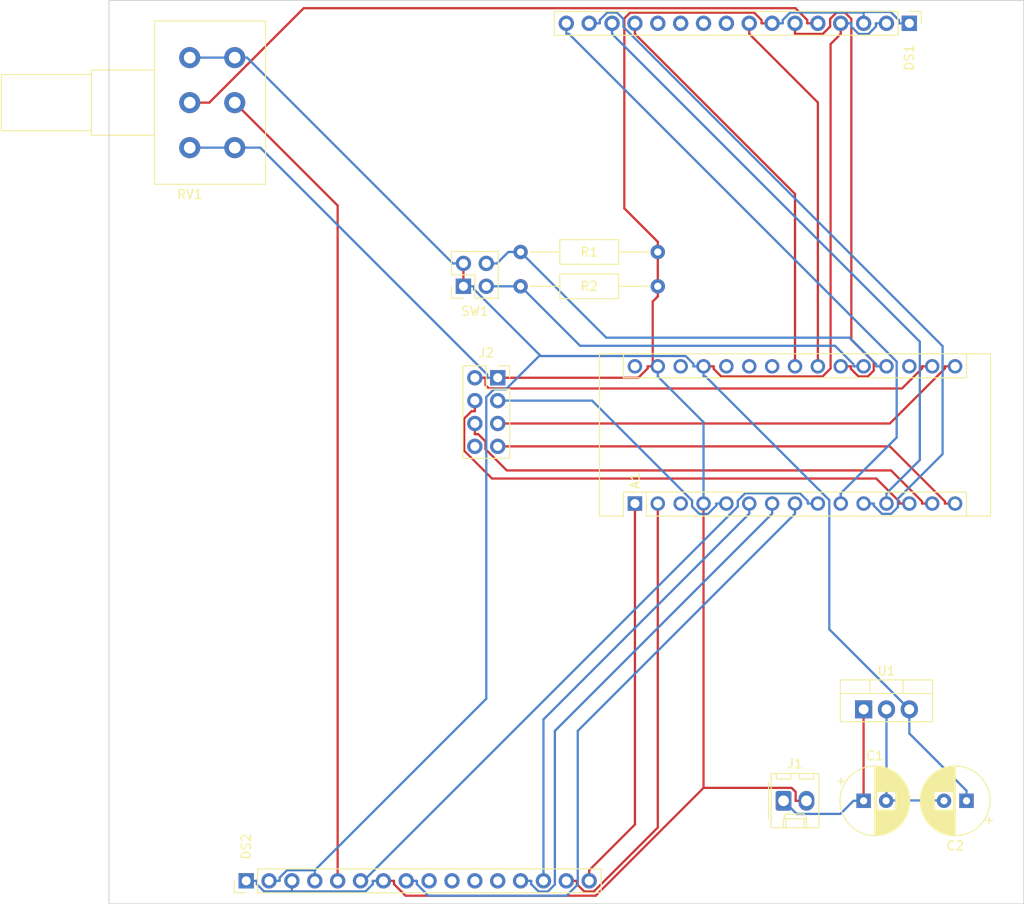
<source format=kicad_pcb>
(kicad_pcb (version 20171130) (host pcbnew "(5.1.10)-1")

  (general
    (thickness 1.6)
    (drawings 4)
    (tracks 262)
    (zones 0)
    (modules 12)
    (nets 43)
  )

  (page A4)
  (layers
    (0 F.Cu signal)
    (31 B.Cu signal)
    (33 F.Adhes user)
    (35 F.Paste user)
    (37 F.SilkS user)
    (38 B.Mask user)
    (39 F.Mask user)
    (40 Dwgs.User user hide)
    (41 Cmts.User user)
    (42 Eco1.User user)
    (43 Eco2.User user)
    (44 Edge.Cuts user)
    (45 Margin user)
    (46 B.CrtYd user)
    (47 F.CrtYd user)
    (49 F.Fab user)
  )

  (setup
    (last_trace_width 0.25)
    (trace_clearance 0.2)
    (zone_clearance 0.508)
    (zone_45_only no)
    (trace_min 0.2)
    (via_size 0.8)
    (via_drill 0.4)
    (via_min_size 0.4)
    (via_min_drill 0.3)
    (uvia_size 0.3)
    (uvia_drill 0.1)
    (uvias_allowed no)
    (uvia_min_size 0.2)
    (uvia_min_drill 0.1)
    (edge_width 0.1)
    (segment_width 0.2)
    (pcb_text_width 0.3)
    (pcb_text_size 1.5 1.5)
    (mod_edge_width 0.15)
    (mod_text_size 1 1)
    (mod_text_width 0.15)
    (pad_size 1.524 1.524)
    (pad_drill 0.762)
    (pad_to_mask_clearance 0)
    (aux_axis_origin 0 0)
    (visible_elements 7FFFFDFF)
    (pcbplotparams
      (layerselection 0x010fc_ffffffff)
      (usegerberextensions false)
      (usegerberattributes true)
      (usegerberadvancedattributes true)
      (creategerberjobfile true)
      (excludeedgelayer true)
      (linewidth 0.100000)
      (plotframeref false)
      (viasonmask false)
      (mode 1)
      (useauxorigin false)
      (hpglpennumber 1)
      (hpglpenspeed 20)
      (hpglpendiameter 15.000000)
      (psnegative false)
      (psa4output false)
      (plotreference true)
      (plotvalue true)
      (plotinvisibletext false)
      (padsonsilk false)
      (subtractmaskfromsilk false)
      (outputformat 1)
      (mirror false)
      (drillshape 1)
      (scaleselection 1)
      (outputdirectory ""))
  )

  (net 0 "")
  (net 1 "Net-(A1-Pad1)")
  (net 2 "Net-(A1-Pad17)")
  (net 3 "Net-(A1-Pad2)")
  (net 4 "Net-(A1-Pad18)")
  (net 5 "Net-(A1-Pad3)")
  (net 6 "Net-(A1-Pad19)")
  (net 7 GND)
  (net 8 "Net-(A1-Pad20)")
  (net 9 "Net-(A1-Pad5)")
  (net 10 "Net-(A1-Pad21)")
  (net 11 "Net-(A1-Pad6)")
  (net 12 "Net-(A1-Pad22)")
  (net 13 "Net-(A1-Pad7)")
  (net 14 "Net-(A1-Pad23)")
  (net 15 "Net-(A1-Pad8)")
  (net 16 "Net-(A1-Pad24)")
  (net 17 "Net-(A1-Pad9)")
  (net 18 "Net-(A1-Pad25)")
  (net 19 "Net-(A1-Pad10)")
  (net 20 "Net-(A1-Pad26)")
  (net 21 "Net-(A1-Pad11)")
  (net 22 +5V)
  (net 23 "Net-(A1-Pad12)")
  (net 24 "Net-(A1-Pad28)")
  (net 25 "Net-(A1-Pad13)")
  (net 26 "Net-(A1-Pad14)")
  (net 27 "Net-(A1-Pad30)")
  (net 28 "Net-(A1-Pad15)")
  (net 29 "Net-(A1-Pad16)")
  (net 30 "Net-(DS1-Pad12)")
  (net 31 "Net-(DS1-Pad11)")
  (net 32 "Net-(DS1-Pad10)")
  (net 33 "Net-(DS1-Pad9)")
  (net 34 "Net-(DS1-Pad5)")
  (net 35 "Net-(DS2-Pad5)")
  (net 36 "Net-(DS2-Pad9)")
  (net 37 "Net-(DS2-Pad10)")
  (net 38 "Net-(DS2-Pad11)")
  (net 39 "Net-(DS2-Pad12)")
  (net 40 "Net-(C1-Pad2)")
  (net 41 +9V)
  (net 42 "Net-(J2-Pad8)")

  (net_class Default "Questo è il gruppo di collegamenti predefinito"
    (clearance 0.2)
    (trace_width 0.25)
    (via_dia 0.8)
    (via_drill 0.4)
    (uvia_dia 0.3)
    (uvia_drill 0.1)
    (add_net +5V)
    (add_net +9V)
    (add_net GND)
    (add_net "Net-(A1-Pad1)")
    (add_net "Net-(A1-Pad10)")
    (add_net "Net-(A1-Pad11)")
    (add_net "Net-(A1-Pad12)")
    (add_net "Net-(A1-Pad13)")
    (add_net "Net-(A1-Pad14)")
    (add_net "Net-(A1-Pad15)")
    (add_net "Net-(A1-Pad16)")
    (add_net "Net-(A1-Pad17)")
    (add_net "Net-(A1-Pad18)")
    (add_net "Net-(A1-Pad19)")
    (add_net "Net-(A1-Pad2)")
    (add_net "Net-(A1-Pad20)")
    (add_net "Net-(A1-Pad21)")
    (add_net "Net-(A1-Pad22)")
    (add_net "Net-(A1-Pad23)")
    (add_net "Net-(A1-Pad24)")
    (add_net "Net-(A1-Pad25)")
    (add_net "Net-(A1-Pad26)")
    (add_net "Net-(A1-Pad28)")
    (add_net "Net-(A1-Pad3)")
    (add_net "Net-(A1-Pad30)")
    (add_net "Net-(A1-Pad5)")
    (add_net "Net-(A1-Pad6)")
    (add_net "Net-(A1-Pad7)")
    (add_net "Net-(A1-Pad8)")
    (add_net "Net-(A1-Pad9)")
    (add_net "Net-(C1-Pad2)")
    (add_net "Net-(DS1-Pad10)")
    (add_net "Net-(DS1-Pad11)")
    (add_net "Net-(DS1-Pad12)")
    (add_net "Net-(DS1-Pad5)")
    (add_net "Net-(DS1-Pad9)")
    (add_net "Net-(DS2-Pad10)")
    (add_net "Net-(DS2-Pad11)")
    (add_net "Net-(DS2-Pad12)")
    (add_net "Net-(DS2-Pad5)")
    (add_net "Net-(DS2-Pad9)")
    (add_net "Net-(J2-Pad8)")
  )

  (module Resistor_THT:R_Axial_DIN0207_L6.3mm_D2.5mm_P15.24mm_Horizontal (layer F.Cu) (tedit 5AE5139B) (tstamp 64FFB121)
    (at 64.77 62.23)
    (descr "Resistor, Axial_DIN0207 series, Axial, Horizontal, pin pitch=15.24mm, 0.25W = 1/4W, length*diameter=6.3*2.5mm^2, http://cdn-reichelt.de/documents/datenblatt/B400/1_4W%23YAG.pdf")
    (tags "Resistor Axial_DIN0207 series Axial Horizontal pin pitch 15.24mm 0.25W = 1/4W length 6.3mm diameter 2.5mm")
    (path /65076A14)
    (fp_text reference R1 (at 7.62 0) (layer F.SilkS)
      (effects (font (size 1 1) (thickness 0.15)))
    )
    (fp_text value 1k (at 7.62 0) (layer F.Fab)
      (effects (font (size 1 1) (thickness 0.15)))
    )
    (fp_line (start 4.47 -1.25) (end 4.47 1.25) (layer F.Fab) (width 0.1))
    (fp_line (start 4.47 1.25) (end 10.77 1.25) (layer F.Fab) (width 0.1))
    (fp_line (start 10.77 1.25) (end 10.77 -1.25) (layer F.Fab) (width 0.1))
    (fp_line (start 10.77 -1.25) (end 4.47 -1.25) (layer F.Fab) (width 0.1))
    (fp_line (start 0 0) (end 4.47 0) (layer F.Fab) (width 0.1))
    (fp_line (start 15.24 0) (end 10.77 0) (layer F.Fab) (width 0.1))
    (fp_line (start 4.35 -1.37) (end 4.35 1.37) (layer F.SilkS) (width 0.12))
    (fp_line (start 4.35 1.37) (end 10.89 1.37) (layer F.SilkS) (width 0.12))
    (fp_line (start 10.89 1.37) (end 10.89 -1.37) (layer F.SilkS) (width 0.12))
    (fp_line (start 10.89 -1.37) (end 4.35 -1.37) (layer F.SilkS) (width 0.12))
    (fp_line (start 1.04 0) (end 4.35 0) (layer F.SilkS) (width 0.12))
    (fp_line (start 14.2 0) (end 10.89 0) (layer F.SilkS) (width 0.12))
    (fp_line (start -1.05 -1.5) (end -1.05 1.5) (layer F.CrtYd) (width 0.05))
    (fp_line (start -1.05 1.5) (end 16.29 1.5) (layer F.CrtYd) (width 0.05))
    (fp_line (start 16.29 1.5) (end 16.29 -1.5) (layer F.CrtYd) (width 0.05))
    (fp_line (start 16.29 -1.5) (end -1.05 -1.5) (layer F.CrtYd) (width 0.05))
    (fp_text user 1k (at 7.62 0) (layer F.Fab)
      (effects (font (size 1 1) (thickness 0.15)))
    )
    (pad 2 thru_hole oval (at 15.24 0) (size 1.6 1.6) (drill 0.8) (layers *.Cu *.Mask)
      (net 7 GND))
    (pad 1 thru_hole circle (at 0 0) (size 1.6 1.6) (drill 0.8) (layers *.Cu *.Mask)
      (net 6 "Net-(A1-Pad19)"))
    (model ${KISYS3DMOD}/Resistor_THT.3dshapes/R_Axial_DIN0207_L6.3mm_D2.5mm_P15.24mm_Horizontal.wrl
      (at (xyz 0 0 0))
      (scale (xyz 1 1 1))
      (rotate (xyz 0 0 0))
    )
  )

  (module Module:Arduino_Nano (layer F.Cu) (tedit 58ACAF70) (tstamp 64FFA9AD)
    (at 77.47 90.17 90)
    (descr "Arduino Nano, http://www.mouser.com/pdfdocs/Gravitech_Arduino_Nano3_0.pdf")
    (tags "Arduino Nano")
    (path /64FF5C7A)
    (fp_text reference A1 (at 2.54 0 90) (layer F.SilkS)
      (effects (font (size 1 1) (thickness 0.15)))
    )
    (fp_text value Arduino_Nano_v3.x (at 7.62 17.78) (layer F.Fab)
      (effects (font (size 1 1) (thickness 0.15)))
    )
    (fp_line (start 1.27 1.27) (end 1.27 -1.27) (layer F.SilkS) (width 0.12))
    (fp_line (start 1.27 -1.27) (end -1.4 -1.27) (layer F.SilkS) (width 0.12))
    (fp_line (start -1.4 1.27) (end -1.4 39.5) (layer F.SilkS) (width 0.12))
    (fp_line (start -1.4 -3.94) (end -1.4 -1.27) (layer F.SilkS) (width 0.12))
    (fp_line (start 13.97 -1.27) (end 16.64 -1.27) (layer F.SilkS) (width 0.12))
    (fp_line (start 13.97 -1.27) (end 13.97 36.83) (layer F.SilkS) (width 0.12))
    (fp_line (start 13.97 36.83) (end 16.64 36.83) (layer F.SilkS) (width 0.12))
    (fp_line (start 1.27 1.27) (end -1.4 1.27) (layer F.SilkS) (width 0.12))
    (fp_line (start 1.27 1.27) (end 1.27 36.83) (layer F.SilkS) (width 0.12))
    (fp_line (start 1.27 36.83) (end -1.4 36.83) (layer F.SilkS) (width 0.12))
    (fp_line (start 3.81 31.75) (end 11.43 31.75) (layer F.Fab) (width 0.1))
    (fp_line (start 11.43 31.75) (end 11.43 41.91) (layer F.Fab) (width 0.1))
    (fp_line (start 11.43 41.91) (end 3.81 41.91) (layer F.Fab) (width 0.1))
    (fp_line (start 3.81 41.91) (end 3.81 31.75) (layer F.Fab) (width 0.1))
    (fp_line (start -1.4 39.5) (end 16.64 39.5) (layer F.SilkS) (width 0.12))
    (fp_line (start 16.64 39.5) (end 16.64 -3.94) (layer F.SilkS) (width 0.12))
    (fp_line (start 16.64 -3.94) (end -1.4 -3.94) (layer F.SilkS) (width 0.12))
    (fp_line (start 16.51 39.37) (end -1.27 39.37) (layer F.Fab) (width 0.1))
    (fp_line (start -1.27 39.37) (end -1.27 -2.54) (layer F.Fab) (width 0.1))
    (fp_line (start -1.27 -2.54) (end 0 -3.81) (layer F.Fab) (width 0.1))
    (fp_line (start 0 -3.81) (end 16.51 -3.81) (layer F.Fab) (width 0.1))
    (fp_line (start 16.51 -3.81) (end 16.51 39.37) (layer F.Fab) (width 0.1))
    (fp_line (start -1.53 -4.06) (end 16.75 -4.06) (layer F.CrtYd) (width 0.05))
    (fp_line (start -1.53 -4.06) (end -1.53 42.16) (layer F.CrtYd) (width 0.05))
    (fp_line (start 16.75 42.16) (end 16.75 -4.06) (layer F.CrtYd) (width 0.05))
    (fp_line (start 16.75 42.16) (end -1.53 42.16) (layer F.CrtYd) (width 0.05))
    (fp_text user %R (at 2.54 0 90) (layer F.Fab)
      (effects (font (size 1 1) (thickness 0.15)))
    )
    (pad 16 thru_hole oval (at 15.24 35.56 90) (size 1.6 1.6) (drill 1) (layers *.Cu *.Mask)
      (net 29 "Net-(A1-Pad16)"))
    (pad 15 thru_hole oval (at 0 35.56 90) (size 1.6 1.6) (drill 1) (layers *.Cu *.Mask)
      (net 28 "Net-(A1-Pad15)"))
    (pad 30 thru_hole oval (at 15.24 0 90) (size 1.6 1.6) (drill 1) (layers *.Cu *.Mask)
      (net 27 "Net-(A1-Pad30)"))
    (pad 14 thru_hole oval (at 0 33.02 90) (size 1.6 1.6) (drill 1) (layers *.Cu *.Mask)
      (net 26 "Net-(A1-Pad14)"))
    (pad 29 thru_hole oval (at 15.24 2.54 90) (size 1.6 1.6) (drill 1) (layers *.Cu *.Mask)
      (net 7 GND))
    (pad 13 thru_hole oval (at 0 30.48 90) (size 1.6 1.6) (drill 1) (layers *.Cu *.Mask)
      (net 25 "Net-(A1-Pad13)"))
    (pad 28 thru_hole oval (at 15.24 5.08 90) (size 1.6 1.6) (drill 1) (layers *.Cu *.Mask)
      (net 24 "Net-(A1-Pad28)"))
    (pad 12 thru_hole oval (at 0 27.94 90) (size 1.6 1.6) (drill 1) (layers *.Cu *.Mask)
      (net 23 "Net-(A1-Pad12)"))
    (pad 27 thru_hole oval (at 15.24 7.62 90) (size 1.6 1.6) (drill 1) (layers *.Cu *.Mask)
      (net 22 +5V))
    (pad 11 thru_hole oval (at 0 25.4 90) (size 1.6 1.6) (drill 1) (layers *.Cu *.Mask)
      (net 21 "Net-(A1-Pad11)"))
    (pad 26 thru_hole oval (at 15.24 10.16 90) (size 1.6 1.6) (drill 1) (layers *.Cu *.Mask)
      (net 20 "Net-(A1-Pad26)"))
    (pad 10 thru_hole oval (at 0 22.86 90) (size 1.6 1.6) (drill 1) (layers *.Cu *.Mask)
      (net 19 "Net-(A1-Pad10)"))
    (pad 25 thru_hole oval (at 15.24 12.7 90) (size 1.6 1.6) (drill 1) (layers *.Cu *.Mask)
      (net 18 "Net-(A1-Pad25)"))
    (pad 9 thru_hole oval (at 0 20.32 90) (size 1.6 1.6) (drill 1) (layers *.Cu *.Mask)
      (net 17 "Net-(A1-Pad9)"))
    (pad 24 thru_hole oval (at 15.24 15.24 90) (size 1.6 1.6) (drill 1) (layers *.Cu *.Mask)
      (net 16 "Net-(A1-Pad24)"))
    (pad 8 thru_hole oval (at 0 17.78 90) (size 1.6 1.6) (drill 1) (layers *.Cu *.Mask)
      (net 15 "Net-(A1-Pad8)"))
    (pad 23 thru_hole oval (at 15.24 17.78 90) (size 1.6 1.6) (drill 1) (layers *.Cu *.Mask)
      (net 14 "Net-(A1-Pad23)"))
    (pad 7 thru_hole oval (at 0 15.24 90) (size 1.6 1.6) (drill 1) (layers *.Cu *.Mask)
      (net 13 "Net-(A1-Pad7)"))
    (pad 22 thru_hole oval (at 15.24 20.32 90) (size 1.6 1.6) (drill 1) (layers *.Cu *.Mask)
      (net 12 "Net-(A1-Pad22)"))
    (pad 6 thru_hole oval (at 0 12.7 90) (size 1.6 1.6) (drill 1) (layers *.Cu *.Mask)
      (net 11 "Net-(A1-Pad6)"))
    (pad 21 thru_hole oval (at 15.24 22.86 90) (size 1.6 1.6) (drill 1) (layers *.Cu *.Mask)
      (net 10 "Net-(A1-Pad21)"))
    (pad 5 thru_hole oval (at 0 10.16 90) (size 1.6 1.6) (drill 1) (layers *.Cu *.Mask)
      (net 9 "Net-(A1-Pad5)"))
    (pad 20 thru_hole oval (at 15.24 25.4 90) (size 1.6 1.6) (drill 1) (layers *.Cu *.Mask)
      (net 8 "Net-(A1-Pad20)"))
    (pad 4 thru_hole oval (at 0 7.62 90) (size 1.6 1.6) (drill 1) (layers *.Cu *.Mask)
      (net 7 GND))
    (pad 19 thru_hole oval (at 15.24 27.94 90) (size 1.6 1.6) (drill 1) (layers *.Cu *.Mask)
      (net 6 "Net-(A1-Pad19)"))
    (pad 3 thru_hole oval (at 0 5.08 90) (size 1.6 1.6) (drill 1) (layers *.Cu *.Mask)
      (net 5 "Net-(A1-Pad3)"))
    (pad 18 thru_hole oval (at 15.24 30.48 90) (size 1.6 1.6) (drill 1) (layers *.Cu *.Mask)
      (net 4 "Net-(A1-Pad18)"))
    (pad 2 thru_hole oval (at 0 2.54 90) (size 1.6 1.6) (drill 1) (layers *.Cu *.Mask)
      (net 3 "Net-(A1-Pad2)"))
    (pad 17 thru_hole oval (at 15.24 33.02 90) (size 1.6 1.6) (drill 1) (layers *.Cu *.Mask)
      (net 2 "Net-(A1-Pad17)"))
    (pad 1 thru_hole rect (at 0 0 90) (size 1.6 1.6) (drill 1) (layers *.Cu *.Mask)
      (net 1 "Net-(A1-Pad1)"))
    (model ${KISYS3DMOD}/Module.3dshapes/Arduino_Nano_WithMountingHoles.wrl
      (at (xyz 0 0 0))
      (scale (xyz 1 1 1))
      (rotate (xyz 0 0 0))
    )
  )

  (module Resistor_THT:R_Axial_DIN0207_L6.3mm_D2.5mm_P15.24mm_Horizontal (layer F.Cu) (tedit 5AE5139B) (tstamp 64FFB1A6)
    (at 64.77 66.04)
    (descr "Resistor, Axial_DIN0207 series, Axial, Horizontal, pin pitch=15.24mm, 0.25W = 1/4W, length*diameter=6.3*2.5mm^2, http://cdn-reichelt.de/documents/datenblatt/B400/1_4W%23YAG.pdf")
    (tags "Resistor Axial_DIN0207 series Axial Horizontal pin pitch 15.24mm 0.25W = 1/4W length 6.3mm diameter 2.5mm")
    (path /65078F00)
    (fp_text reference R2 (at 7.62 0) (layer F.SilkS)
      (effects (font (size 1 1) (thickness 0.15)))
    )
    (fp_text value 1k (at 7.62 2.37) (layer F.Fab)
      (effects (font (size 1 1) (thickness 0.15)))
    )
    (fp_line (start 4.47 -1.25) (end 4.47 1.25) (layer F.Fab) (width 0.1))
    (fp_line (start 4.47 1.25) (end 10.77 1.25) (layer F.Fab) (width 0.1))
    (fp_line (start 10.77 1.25) (end 10.77 -1.25) (layer F.Fab) (width 0.1))
    (fp_line (start 10.77 -1.25) (end 4.47 -1.25) (layer F.Fab) (width 0.1))
    (fp_line (start 0 0) (end 4.47 0) (layer F.Fab) (width 0.1))
    (fp_line (start 15.24 0) (end 10.77 0) (layer F.Fab) (width 0.1))
    (fp_line (start 4.35 -1.37) (end 4.35 1.37) (layer F.SilkS) (width 0.12))
    (fp_line (start 4.35 1.37) (end 10.89 1.37) (layer F.SilkS) (width 0.12))
    (fp_line (start 10.89 1.37) (end 10.89 -1.37) (layer F.SilkS) (width 0.12))
    (fp_line (start 10.89 -1.37) (end 4.35 -1.37) (layer F.SilkS) (width 0.12))
    (fp_line (start 1.04 0) (end 4.35 0) (layer F.SilkS) (width 0.12))
    (fp_line (start 14.2 0) (end 10.89 0) (layer F.SilkS) (width 0.12))
    (fp_line (start -1.05 -1.5) (end -1.05 1.5) (layer F.CrtYd) (width 0.05))
    (fp_line (start -1.05 1.5) (end 16.29 1.5) (layer F.CrtYd) (width 0.05))
    (fp_line (start 16.29 1.5) (end 16.29 -1.5) (layer F.CrtYd) (width 0.05))
    (fp_line (start 16.29 -1.5) (end -1.05 -1.5) (layer F.CrtYd) (width 0.05))
    (fp_text user 1k (at 7.62 2.54) (layer F.Fab)
      (effects (font (size 1 1) (thickness 0.15)))
    )
    (pad 2 thru_hole oval (at 15.24 0) (size 1.6 1.6) (drill 0.8) (layers *.Cu *.Mask)
      (net 7 GND))
    (pad 1 thru_hole circle (at 0 0) (size 1.6 1.6) (drill 0.8) (layers *.Cu *.Mask)
      (net 8 "Net-(A1-Pad20)"))
    (model ${KISYS3DMOD}/Resistor_THT.3dshapes/R_Axial_DIN0207_L6.3mm_D2.5mm_P15.24mm_Horizontal.wrl
      (at (xyz 0 0 0))
      (scale (xyz 1 1 1))
      (rotate (xyz 0 0 0))
    )
  )

  (module Connector_PinSocket_2.54mm:PinSocket_2x02_P2.54mm_Vertical (layer F.Cu) (tedit 5A19A426) (tstamp 64FFE7DB)
    (at 58.42 66.04 180)
    (descr "Through hole straight socket strip, 2x02, 2.54mm pitch, double cols (from Kicad 4.0.7), script generated")
    (tags "Through hole socket strip THT 2x02 2.54mm double row")
    (path /650732CD)
    (fp_text reference SW1 (at -1.27 -2.77) (layer F.SilkS)
      (effects (font (size 1 1) (thickness 0.15)))
    )
    (fp_text value SW_Push_Dual (at 1.27 6.35) (layer F.Fab)
      (effects (font (size 1 1) (thickness 0.15)))
    )
    (fp_line (start -3.81 -1.27) (end 0.27 -1.27) (layer F.Fab) (width 0.1))
    (fp_line (start 0.27 -1.27) (end 1.27 -0.27) (layer F.Fab) (width 0.1))
    (fp_line (start 1.27 -0.27) (end 1.27 3.81) (layer F.Fab) (width 0.1))
    (fp_line (start 1.27 3.81) (end -3.81 3.81) (layer F.Fab) (width 0.1))
    (fp_line (start -3.81 3.81) (end -3.81 -1.27) (layer F.Fab) (width 0.1))
    (fp_line (start -3.87 -1.33) (end -1.27 -1.33) (layer F.SilkS) (width 0.12))
    (fp_line (start -3.87 -1.33) (end -3.87 3.87) (layer F.SilkS) (width 0.12))
    (fp_line (start -3.87 3.87) (end 1.33 3.87) (layer F.SilkS) (width 0.12))
    (fp_line (start 1.33 1.27) (end 1.33 3.87) (layer F.SilkS) (width 0.12))
    (fp_line (start -1.27 1.27) (end 1.33 1.27) (layer F.SilkS) (width 0.12))
    (fp_line (start -1.27 -1.33) (end -1.27 1.27) (layer F.SilkS) (width 0.12))
    (fp_line (start 1.33 -1.33) (end 1.33 0) (layer F.SilkS) (width 0.12))
    (fp_line (start 0 -1.33) (end 1.33 -1.33) (layer F.SilkS) (width 0.12))
    (fp_line (start -4.34 -1.8) (end 1.76 -1.8) (layer F.CrtYd) (width 0.05))
    (fp_line (start 1.76 -1.8) (end 1.76 4.3) (layer F.CrtYd) (width 0.05))
    (fp_line (start 1.76 4.3) (end -4.34 4.3) (layer F.CrtYd) (width 0.05))
    (fp_line (start -4.34 4.3) (end -4.34 -1.8) (layer F.CrtYd) (width 0.05))
    (fp_text user %R (at -1.27 1.27 90) (layer F.Fab)
      (effects (font (size 1 1) (thickness 0.15)))
    )
    (pad 4 thru_hole oval (at -2.54 2.54 180) (size 1.7 1.7) (drill 1) (layers *.Cu *.Mask)
      (net 6 "Net-(A1-Pad19)"))
    (pad 3 thru_hole oval (at 0 2.54 180) (size 1.7 1.7) (drill 1) (layers *.Cu *.Mask)
      (net 22 +5V))
    (pad 2 thru_hole oval (at -2.54 0 180) (size 1.7 1.7) (drill 1) (layers *.Cu *.Mask)
      (net 8 "Net-(A1-Pad20)"))
    (pad 1 thru_hole rect (at 0 0 180) (size 1.7 1.7) (drill 1) (layers *.Cu *.Mask)
      (net 22 +5V))
    (model ${KISYS3DMOD}/Connector_PinSocket_2.54mm.3dshapes/PinSocket_2x02_P2.54mm_Vertical.wrl
      (at (xyz 0 0 0))
      (scale (xyz 1 1 1))
      (rotate (xyz 0 0 0))
    )
  )

  (module Connector_PinSocket_2.54mm:PinSocket_2x04_P2.54mm_Vertical (layer F.Cu) (tedit 5A19A422) (tstamp 64FFE61A)
    (at 62.23 76.2)
    (descr "Through hole straight socket strip, 2x04, 2.54mm pitch, double cols (from Kicad 4.0.7), script generated")
    (tags "Through hole socket strip THT 2x04 2.54mm double row")
    (path /6509CA4E)
    (fp_text reference J2 (at -1.27 -2.77) (layer F.SilkS)
      (effects (font (size 1 1) (thickness 0.15)))
    )
    (fp_text value C1101 (at -1.27 10.39) (layer F.Fab)
      (effects (font (size 1 1) (thickness 0.15)))
    )
    (fp_line (start -3.81 -1.27) (end 0.27 -1.27) (layer F.Fab) (width 0.1))
    (fp_line (start 0.27 -1.27) (end 1.27 -0.27) (layer F.Fab) (width 0.1))
    (fp_line (start 1.27 -0.27) (end 1.27 8.89) (layer F.Fab) (width 0.1))
    (fp_line (start 1.27 8.89) (end -3.81 8.89) (layer F.Fab) (width 0.1))
    (fp_line (start -3.81 8.89) (end -3.81 -1.27) (layer F.Fab) (width 0.1))
    (fp_line (start -3.87 -1.33) (end -1.27 -1.33) (layer F.SilkS) (width 0.12))
    (fp_line (start -3.87 -1.33) (end -3.87 8.95) (layer F.SilkS) (width 0.12))
    (fp_line (start -3.87 8.95) (end 1.33 8.95) (layer F.SilkS) (width 0.12))
    (fp_line (start 1.33 1.27) (end 1.33 8.95) (layer F.SilkS) (width 0.12))
    (fp_line (start -1.27 1.27) (end 1.33 1.27) (layer F.SilkS) (width 0.12))
    (fp_line (start -1.27 -1.33) (end -1.27 1.27) (layer F.SilkS) (width 0.12))
    (fp_line (start 1.33 -1.33) (end 1.33 0) (layer F.SilkS) (width 0.12))
    (fp_line (start 0 -1.33) (end 1.33 -1.33) (layer F.SilkS) (width 0.12))
    (fp_line (start -4.34 -1.8) (end 1.76 -1.8) (layer F.CrtYd) (width 0.05))
    (fp_line (start 1.76 -1.8) (end 1.76 9.4) (layer F.CrtYd) (width 0.05))
    (fp_line (start 1.76 9.4) (end -4.34 9.4) (layer F.CrtYd) (width 0.05))
    (fp_line (start -4.34 9.4) (end -4.34 -1.8) (layer F.CrtYd) (width 0.05))
    (fp_text user %R (at -1.27 3.81 90) (layer F.Fab)
      (effects (font (size 1 1) (thickness 0.15)))
    )
    (pad 8 thru_hole oval (at -2.54 7.62) (size 1.7 1.7) (drill 1) (layers *.Cu *.Mask)
      (net 42 "Net-(J2-Pad8)"))
    (pad 7 thru_hole oval (at 0 7.62) (size 1.7 1.7) (drill 1) (layers *.Cu *.Mask)
      (net 28 "Net-(A1-Pad15)"))
    (pad 6 thru_hole oval (at -2.54 5.08) (size 1.7 1.7) (drill 1) (layers *.Cu *.Mask)
      (net 26 "Net-(A1-Pad14)"))
    (pad 5 thru_hole oval (at 0 5.08) (size 1.7 1.7) (drill 1) (layers *.Cu *.Mask)
      (net 29 "Net-(A1-Pad16)"))
    (pad 4 thru_hole oval (at -2.54 2.54) (size 1.7 1.7) (drill 1) (layers *.Cu *.Mask)
      (net 25 "Net-(A1-Pad13)"))
    (pad 3 thru_hole oval (at 0 2.54) (size 1.7 1.7) (drill 1) (layers *.Cu *.Mask)
      (net 9 "Net-(A1-Pad5)"))
    (pad 2 thru_hole oval (at -2.54 0) (size 1.7 1.7) (drill 1) (layers *.Cu *.Mask)
      (net 2 "Net-(A1-Pad17)"))
    (pad 1 thru_hole rect (at 0 0) (size 1.7 1.7) (drill 1) (layers *.Cu *.Mask)
      (net 7 GND))
    (model ${KISYS3DMOD}/Connector_PinSocket_2.54mm.3dshapes/PinSocket_2x04_P2.54mm_Vertical.wrl
      (at (xyz 0 0 0))
      (scale (xyz 1 1 1))
      (rotate (xyz 0 0 0))
    )
  )

  (module Connector_PinHeader_2.54mm:PinHeader_1x16_P2.54mm_Vertical (layer F.Cu) (tedit 59FED5CC) (tstamp 6500527F)
    (at 107.95 36.83 270)
    (descr "Through hole straight pin header, 1x16, 2.54mm pitch, single row")
    (tags "Through hole pin header THT 1x16 2.54mm single row")
    (path /64FFAAF3)
    (fp_text reference DS1 (at 3.81 0 90) (layer F.SilkS)
      (effects (font (size 1 1) (thickness 0.15)))
    )
    (fp_text value HY1602E (at 3.81 19.05 180) (layer F.Fab)
      (effects (font (size 1 1) (thickness 0.15)))
    )
    (fp_line (start -0.635 -1.27) (end 1.27 -1.27) (layer F.Fab) (width 0.1))
    (fp_line (start 1.27 -1.27) (end 1.27 39.37) (layer F.Fab) (width 0.1))
    (fp_line (start 1.27 39.37) (end -1.27 39.37) (layer F.Fab) (width 0.1))
    (fp_line (start -1.27 39.37) (end -1.27 -0.635) (layer F.Fab) (width 0.1))
    (fp_line (start -1.27 -0.635) (end -0.635 -1.27) (layer F.Fab) (width 0.1))
    (fp_line (start -1.33 39.43) (end 1.33 39.43) (layer F.SilkS) (width 0.12))
    (fp_line (start -1.33 1.27) (end -1.33 39.43) (layer F.SilkS) (width 0.12))
    (fp_line (start 1.33 1.27) (end 1.33 39.43) (layer F.SilkS) (width 0.12))
    (fp_line (start -1.33 1.27) (end 1.33 1.27) (layer F.SilkS) (width 0.12))
    (fp_line (start -1.33 0) (end -1.33 -1.33) (layer F.SilkS) (width 0.12))
    (fp_line (start -1.33 -1.33) (end 0 -1.33) (layer F.SilkS) (width 0.12))
    (fp_line (start -1.8 -1.8) (end -1.8 39.9) (layer F.CrtYd) (width 0.05))
    (fp_line (start -1.8 39.9) (end 1.8 39.9) (layer F.CrtYd) (width 0.05))
    (fp_line (start 1.8 39.9) (end 1.8 -1.8) (layer F.CrtYd) (width 0.05))
    (fp_line (start 1.8 -1.8) (end -1.8 -1.8) (layer F.CrtYd) (width 0.05))
    (fp_text user %R (at 3.81 0 90) (layer F.Fab)
      (effects (font (size 1 1) (thickness 0.15)))
    )
    (pad 16 thru_hole oval (at 0 38.1 270) (size 1.7 1.7) (drill 1) (layers *.Cu *.Mask)
      (net 19 "Net-(A1-Pad10)"))
    (pad 15 thru_hole oval (at 0 35.56 270) (size 1.7 1.7) (drill 1) (layers *.Cu *.Mask)
      (net 21 "Net-(A1-Pad11)"))
    (pad 14 thru_hole oval (at 0 33.02 270) (size 1.7 1.7) (drill 1) (layers *.Cu *.Mask)
      (net 23 "Net-(A1-Pad12)"))
    (pad 13 thru_hole oval (at 0 30.48 270) (size 1.7 1.7) (drill 1) (layers *.Cu *.Mask)
      (net 14 "Net-(A1-Pad23)"))
    (pad 12 thru_hole oval (at 0 27.94 270) (size 1.7 1.7) (drill 1) (layers *.Cu *.Mask)
      (net 30 "Net-(DS1-Pad12)"))
    (pad 11 thru_hole oval (at 0 25.4 270) (size 1.7 1.7) (drill 1) (layers *.Cu *.Mask)
      (net 31 "Net-(DS1-Pad11)"))
    (pad 10 thru_hole oval (at 0 22.86 270) (size 1.7 1.7) (drill 1) (layers *.Cu *.Mask)
      (net 32 "Net-(DS1-Pad10)"))
    (pad 9 thru_hole oval (at 0 20.32 270) (size 1.7 1.7) (drill 1) (layers *.Cu *.Mask)
      (net 33 "Net-(DS1-Pad9)"))
    (pad 8 thru_hole oval (at 0 17.78 270) (size 1.7 1.7) (drill 1) (layers *.Cu *.Mask)
      (net 12 "Net-(A1-Pad22)"))
    (pad 7 thru_hole oval (at 0 15.24 270) (size 1.7 1.7) (drill 1) (layers *.Cu *.Mask)
      (net 7 GND))
    (pad 6 thru_hole oval (at 0 12.7 270) (size 1.7 1.7) (drill 1) (layers *.Cu *.Mask)
      (net 10 "Net-(A1-Pad21)"))
    (pad 5 thru_hole oval (at 0 10.16 270) (size 1.7 1.7) (drill 1) (layers *.Cu *.Mask)
      (net 34 "Net-(DS1-Pad5)"))
    (pad 4 thru_hole oval (at 0 7.62 270) (size 1.7 1.7) (drill 1) (layers *.Cu *.Mask)
      (net 22 +5V))
    (pad 3 thru_hole oval (at 0 5.08 270) (size 1.7 1.7) (drill 1) (layers *.Cu *.Mask)
      (net 7 GND))
    (pad 2 thru_hole oval (at 0 2.54 270) (size 1.7 1.7) (drill 1) (layers *.Cu *.Mask)
      (net 22 +5V))
    (pad 1 thru_hole rect (at 0 0 270) (size 1.7 1.7) (drill 1) (layers *.Cu *.Mask)
      (net 7 GND))
    (model ${KISYS3DMOD}/Connector_PinHeader_2.54mm.3dshapes/PinHeader_1x16_P2.54mm_Vertical.wrl
      (at (xyz 0 0 0))
      (scale (xyz 1 1 1))
      (rotate (xyz 0 0 0))
    )
  )

  (module Connector_PinHeader_2.54mm:PinHeader_1x16_P2.54mm_Vertical (layer F.Cu) (tedit 59FED5CC) (tstamp 650052BC)
    (at 34.29 132.08 90)
    (descr "Through hole straight pin header, 1x16, 2.54mm pitch, single row")
    (tags "Through hole pin header THT 1x16 2.54mm single row")
    (path /64FF96AD)
    (fp_text reference DS2 (at 3.81 0 90) (layer F.SilkS)
      (effects (font (size 1 1) (thickness 0.15)))
    )
    (fp_text value HY1602E (at 2.54 20.32 180) (layer F.Fab)
      (effects (font (size 1 1) (thickness 0.15)))
    )
    (fp_line (start -0.635 -1.27) (end 1.27 -1.27) (layer F.Fab) (width 0.1))
    (fp_line (start 1.27 -1.27) (end 1.27 39.37) (layer F.Fab) (width 0.1))
    (fp_line (start 1.27 39.37) (end -1.27 39.37) (layer F.Fab) (width 0.1))
    (fp_line (start -1.27 39.37) (end -1.27 -0.635) (layer F.Fab) (width 0.1))
    (fp_line (start -1.27 -0.635) (end -0.635 -1.27) (layer F.Fab) (width 0.1))
    (fp_line (start -1.33 39.43) (end 1.33 39.43) (layer F.SilkS) (width 0.12))
    (fp_line (start -1.33 1.27) (end -1.33 39.43) (layer F.SilkS) (width 0.12))
    (fp_line (start 1.33 1.27) (end 1.33 39.43) (layer F.SilkS) (width 0.12))
    (fp_line (start -1.33 1.27) (end 1.33 1.27) (layer F.SilkS) (width 0.12))
    (fp_line (start -1.33 0) (end -1.33 -1.33) (layer F.SilkS) (width 0.12))
    (fp_line (start -1.33 -1.33) (end 0 -1.33) (layer F.SilkS) (width 0.12))
    (fp_line (start -1.8 -1.8) (end -1.8 39.9) (layer F.CrtYd) (width 0.05))
    (fp_line (start -1.8 39.9) (end 1.8 39.9) (layer F.CrtYd) (width 0.05))
    (fp_line (start 1.8 39.9) (end 1.8 -1.8) (layer F.CrtYd) (width 0.05))
    (fp_line (start 1.8 -1.8) (end -1.8 -1.8) (layer F.CrtYd) (width 0.05))
    (fp_text user %R (at 3.81 0 90) (layer F.Fab)
      (effects (font (size 1 1) (thickness 0.15)))
    )
    (pad 16 thru_hole oval (at 0 38.1 90) (size 1.7 1.7) (drill 1) (layers *.Cu *.Mask)
      (net 1 "Net-(A1-Pad1)"))
    (pad 15 thru_hole oval (at 0 35.56 90) (size 1.7 1.7) (drill 1) (layers *.Cu *.Mask)
      (net 3 "Net-(A1-Pad2)"))
    (pad 14 thru_hole oval (at 0 33.02 90) (size 1.7 1.7) (drill 1) (layers *.Cu *.Mask)
      (net 11 "Net-(A1-Pad6)"))
    (pad 13 thru_hole oval (at 0 30.48 90) (size 1.7 1.7) (drill 1) (layers *.Cu *.Mask)
      (net 13 "Net-(A1-Pad7)"))
    (pad 12 thru_hole oval (at 0 27.94 90) (size 1.7 1.7) (drill 1) (layers *.Cu *.Mask)
      (net 39 "Net-(DS2-Pad12)"))
    (pad 11 thru_hole oval (at 0 25.4 90) (size 1.7 1.7) (drill 1) (layers *.Cu *.Mask)
      (net 38 "Net-(DS2-Pad11)"))
    (pad 10 thru_hole oval (at 0 22.86 90) (size 1.7 1.7) (drill 1) (layers *.Cu *.Mask)
      (net 37 "Net-(DS2-Pad10)"))
    (pad 9 thru_hole oval (at 0 20.32 90) (size 1.7 1.7) (drill 1) (layers *.Cu *.Mask)
      (net 36 "Net-(DS2-Pad9)"))
    (pad 8 thru_hole oval (at 0 17.78 90) (size 1.7 1.7) (drill 1) (layers *.Cu *.Mask)
      (net 15 "Net-(A1-Pad8)"))
    (pad 7 thru_hole oval (at 0 15.24 90) (size 1.7 1.7) (drill 1) (layers *.Cu *.Mask)
      (net 7 GND))
    (pad 6 thru_hole oval (at 0 12.7 90) (size 1.7 1.7) (drill 1) (layers *.Cu *.Mask)
      (net 17 "Net-(A1-Pad9)"))
    (pad 5 thru_hole oval (at 0 10.16 90) (size 1.7 1.7) (drill 1) (layers *.Cu *.Mask)
      (net 35 "Net-(DS2-Pad5)"))
    (pad 4 thru_hole oval (at 0 7.62 90) (size 1.7 1.7) (drill 1) (layers *.Cu *.Mask)
      (net 22 +5V))
    (pad 3 thru_hole oval (at 0 5.08 90) (size 1.7 1.7) (drill 1) (layers *.Cu *.Mask)
      (net 7 GND))
    (pad 2 thru_hole oval (at 0 2.54 90) (size 1.7 1.7) (drill 1) (layers *.Cu *.Mask)
      (net 22 +5V))
    (pad 1 thru_hole rect (at 0 0 90) (size 1.7 1.7) (drill 1) (layers *.Cu *.Mask)
      (net 7 GND))
    (model ${KISYS3DMOD}/Connector_PinHeader_2.54mm.3dshapes/PinHeader_1x16_P2.54mm_Vertical.wrl
      (at (xyz 0 0 0))
      (scale (xyz 1 1 1))
      (rotate (xyz 0 0 0))
    )
  )

  (module Connector_Molex:Molex_KK-254_AE-6410-02A_1x02_P2.54mm_Vertical (layer F.Cu) (tedit 5EA53D3B) (tstamp 650050FD)
    (at 93.98 123.19)
    (descr "Molex KK-254 Interconnect System, old/engineering part number: AE-6410-02A example for new part number: 22-27-2021, 2 Pins (http://www.molex.com/pdm_docs/sd/022272021_sd.pdf), generated with kicad-footprint-generator")
    (tags "connector Molex KK-254 vertical")
    (path /6509E795)
    (fp_text reference J1 (at 1.27 -4.12) (layer F.SilkS)
      (effects (font (size 1 1) (thickness 0.15)))
    )
    (fp_text value "9V Battery" (at 1.27 4.08) (layer F.Fab)
      (effects (font (size 1 1) (thickness 0.15)))
    )
    (fp_line (start -1.27 -2.92) (end -1.27 2.88) (layer F.Fab) (width 0.1))
    (fp_line (start -1.27 2.88) (end 3.81 2.88) (layer F.Fab) (width 0.1))
    (fp_line (start 3.81 2.88) (end 3.81 -2.92) (layer F.Fab) (width 0.1))
    (fp_line (start 3.81 -2.92) (end -1.27 -2.92) (layer F.Fab) (width 0.1))
    (fp_line (start -1.38 -3.03) (end -1.38 2.99) (layer F.SilkS) (width 0.12))
    (fp_line (start -1.38 2.99) (end 3.92 2.99) (layer F.SilkS) (width 0.12))
    (fp_line (start 3.92 2.99) (end 3.92 -3.03) (layer F.SilkS) (width 0.12))
    (fp_line (start 3.92 -3.03) (end -1.38 -3.03) (layer F.SilkS) (width 0.12))
    (fp_line (start -1.67 -2) (end -1.67 2) (layer F.SilkS) (width 0.12))
    (fp_line (start -1.27 -0.5) (end -0.562893 0) (layer F.Fab) (width 0.1))
    (fp_line (start -0.562893 0) (end -1.27 0.5) (layer F.Fab) (width 0.1))
    (fp_line (start 0 2.99) (end 0 1.99) (layer F.SilkS) (width 0.12))
    (fp_line (start 0 1.99) (end 2.54 1.99) (layer F.SilkS) (width 0.12))
    (fp_line (start 2.54 1.99) (end 2.54 2.99) (layer F.SilkS) (width 0.12))
    (fp_line (start 0 1.99) (end 0.25 1.46) (layer F.SilkS) (width 0.12))
    (fp_line (start 0.25 1.46) (end 2.29 1.46) (layer F.SilkS) (width 0.12))
    (fp_line (start 2.29 1.46) (end 2.54 1.99) (layer F.SilkS) (width 0.12))
    (fp_line (start 0.25 2.99) (end 0.25 1.99) (layer F.SilkS) (width 0.12))
    (fp_line (start 2.29 2.99) (end 2.29 1.99) (layer F.SilkS) (width 0.12))
    (fp_line (start -0.8 -3.03) (end -0.8 -2.43) (layer F.SilkS) (width 0.12))
    (fp_line (start -0.8 -2.43) (end 0.8 -2.43) (layer F.SilkS) (width 0.12))
    (fp_line (start 0.8 -2.43) (end 0.8 -3.03) (layer F.SilkS) (width 0.12))
    (fp_line (start 1.74 -3.03) (end 1.74 -2.43) (layer F.SilkS) (width 0.12))
    (fp_line (start 1.74 -2.43) (end 3.34 -2.43) (layer F.SilkS) (width 0.12))
    (fp_line (start 3.34 -2.43) (end 3.34 -3.03) (layer F.SilkS) (width 0.12))
    (fp_line (start -1.77 -3.42) (end -1.77 3.38) (layer F.CrtYd) (width 0.05))
    (fp_line (start -1.77 3.38) (end 4.31 3.38) (layer F.CrtYd) (width 0.05))
    (fp_line (start 4.31 3.38) (end 4.31 -3.42) (layer F.CrtYd) (width 0.05))
    (fp_line (start 4.31 -3.42) (end -1.77 -3.42) (layer F.CrtYd) (width 0.05))
    (fp_text user %R (at 1.27 -2.22) (layer F.Fab)
      (effects (font (size 1 1) (thickness 0.15)))
    )
    (pad 2 thru_hole oval (at 2.54 0) (size 1.74 2.19) (drill 1.19) (layers *.Cu *.Mask)
      (net 7 GND))
    (pad 1 thru_hole roundrect (at 0 0) (size 1.74 2.19) (drill 1.19) (layers *.Cu *.Mask) (roundrect_rratio 0.143678)
      (net 41 +9V))
    (model ${KISYS3DMOD}/Connector_Molex.3dshapes/Molex_KK-254_AE-6410-02A_1x02_P2.54mm_Vertical.wrl
      (at (xyz 0 0 0))
      (scale (xyz 1 1 1))
      (rotate (xyz 0 0 0))
    )
  )

  (module Potentiometer_THT:Potentiometer_Alps_RK163_Dual_Horizontal (layer F.Cu) (tedit 5A3D4993) (tstamp 65000489)
    (at 28.02 40.64 180)
    (descr "Potentiometer, horizontal, Alps RK163 Dual, http://www.alps.com/prod/info/E/HTML/Potentiometer/RotaryPotentiometers/RK16/RK16_list.html")
    (tags "Potentiometer horizontal Alps RK163 Dual")
    (path /6505801F)
    (fp_text reference RV1 (at 0 -15.2) (layer F.SilkS)
      (effects (font (size 1 1) (thickness 0.15)))
    )
    (fp_text value 10k (at -5 -15.24) (layer F.Fab)
      (effects (font (size 1 1) (thickness 0.15)))
    )
    (fp_line (start -8.3 -13.95) (end -8.3 3.95) (layer F.Fab) (width 0.1))
    (fp_line (start -8.3 3.95) (end 3.8 3.95) (layer F.Fab) (width 0.1))
    (fp_line (start 3.8 3.95) (end 3.8 -13.95) (layer F.Fab) (width 0.1))
    (fp_line (start 3.8 -13.95) (end -8.3 -13.95) (layer F.Fab) (width 0.1))
    (fp_line (start 3.8 -8.5) (end 3.8 -1.5) (layer F.Fab) (width 0.1))
    (fp_line (start 3.8 -1.5) (end 10.8 -1.5) (layer F.Fab) (width 0.1))
    (fp_line (start 10.8 -1.5) (end 10.8 -8.5) (layer F.Fab) (width 0.1))
    (fp_line (start 10.8 -8.5) (end 3.8 -8.5) (layer F.Fab) (width 0.1))
    (fp_line (start 10.8 -8) (end 10.8 -2) (layer F.Fab) (width 0.1))
    (fp_line (start 10.8 -2) (end 20.8 -2) (layer F.Fab) (width 0.1))
    (fp_line (start 20.8 -2) (end 20.8 -8) (layer F.Fab) (width 0.1))
    (fp_line (start 20.8 -8) (end 10.8 -8) (layer F.Fab) (width 0.1))
    (fp_line (start -8.42 -14.07) (end 3.92 -14.07) (layer F.SilkS) (width 0.12))
    (fp_line (start -8.42 4.07) (end 3.92 4.07) (layer F.SilkS) (width 0.12))
    (fp_line (start -8.42 -14.07) (end -8.42 4.07) (layer F.SilkS) (width 0.12))
    (fp_line (start 3.92 -14.07) (end 3.92 4.07) (layer F.SilkS) (width 0.12))
    (fp_line (start 3.92 -8.62) (end 10.92 -8.62) (layer F.SilkS) (width 0.12))
    (fp_line (start 3.92 -1.38) (end 10.92 -1.38) (layer F.SilkS) (width 0.12))
    (fp_line (start 3.92 -8.62) (end 3.92 -1.38) (layer F.SilkS) (width 0.12))
    (fp_line (start 10.92 -8.62) (end 10.92 -1.38) (layer F.SilkS) (width 0.12))
    (fp_line (start 10.92 -8.12) (end 20.92 -8.12) (layer F.SilkS) (width 0.12))
    (fp_line (start 10.92 -1.879) (end 20.92 -1.879) (layer F.SilkS) (width 0.12))
    (fp_line (start 10.92 -8.12) (end 10.92 -1.879) (layer F.SilkS) (width 0.12))
    (fp_line (start 20.92 -8.12) (end 20.92 -1.879) (layer F.SilkS) (width 0.12))
    (fp_line (start -8.55 -14.2) (end -8.55 4.2) (layer F.CrtYd) (width 0.05))
    (fp_line (start -8.55 4.2) (end 21.05 4.2) (layer F.CrtYd) (width 0.05))
    (fp_line (start 21.05 4.2) (end 21.05 -14.2) (layer F.CrtYd) (width 0.05))
    (fp_line (start 21.05 -14.2) (end -8.55 -14.2) (layer F.CrtYd) (width 0.05))
    (fp_text user %R (at 0.08 -15.24) (layer F.Fab)
      (effects (font (size 1 1) (thickness 0.15)))
    )
    (pad 4 thru_hole circle (at -5 0 180) (size 2.34 2.34) (drill 1.3) (layers *.Cu *.Mask)
      (net 22 +5V))
    (pad 5 thru_hole circle (at -5 -5 180) (size 2.34 2.34) (drill 1.3) (layers *.Cu *.Mask)
      (net 35 "Net-(DS2-Pad5)"))
    (pad 6 thru_hole circle (at -5 -10 180) (size 2.34 2.34) (drill 1.3) (layers *.Cu *.Mask)
      (net 7 GND))
    (pad 1 thru_hole circle (at 0 0 180) (size 2.34 2.34) (drill 1.3) (layers *.Cu *.Mask)
      (net 22 +5V))
    (pad 2 thru_hole circle (at 0 -5 180) (size 2.34 2.34) (drill 1.3) (layers *.Cu *.Mask)
      (net 34 "Net-(DS1-Pad5)"))
    (pad 3 thru_hole circle (at 0 -10 180) (size 2.34 2.34) (drill 1.3) (layers *.Cu *.Mask)
      (net 7 GND))
    (model ${KISYS3DMOD}/Potentiometer_THT.3dshapes/Potentiometer_Alps_RK163_Dual_Horizontal.wrl
      (at (xyz 0 0 0))
      (scale (xyz 1 1 1))
      (rotate (xyz 0 0 0))
    )
  )

  (module Capacitor_THT:CP_Radial_D7.5mm_P2.50mm (layer F.Cu) (tedit 5AE50EF0) (tstamp 64FFC1E8)
    (at 114.3 123.19 180)
    (descr "CP, Radial series, Radial, pin pitch=2.50mm, , diameter=7.5mm, Electrolytic Capacitor")
    (tags "CP Radial series Radial pin pitch 2.50mm  diameter 7.5mm Electrolytic Capacitor")
    (path /65005CE3)
    (fp_text reference C2 (at 1.25 -5) (layer F.SilkS)
      (effects (font (size 1 1) (thickness 0.15)))
    )
    (fp_text value "57uF 16V" (at 1.25 5) (layer F.Fab)
      (effects (font (size 1 1) (thickness 0.15)))
    )
    (fp_circle (center 1.25 0) (end 5 0) (layer F.Fab) (width 0.1))
    (fp_circle (center 1.25 0) (end 5.12 0) (layer F.SilkS) (width 0.12))
    (fp_circle (center 1.25 0) (end 5.25 0) (layer F.CrtYd) (width 0.05))
    (fp_line (start -1.961233 -1.6375) (end -1.211233 -1.6375) (layer F.Fab) (width 0.1))
    (fp_line (start -1.586233 -2.0125) (end -1.586233 -1.2625) (layer F.Fab) (width 0.1))
    (fp_line (start 1.25 -3.83) (end 1.25 3.83) (layer F.SilkS) (width 0.12))
    (fp_line (start 1.29 -3.83) (end 1.29 3.83) (layer F.SilkS) (width 0.12))
    (fp_line (start 1.33 -3.83) (end 1.33 3.83) (layer F.SilkS) (width 0.12))
    (fp_line (start 1.37 -3.829) (end 1.37 3.829) (layer F.SilkS) (width 0.12))
    (fp_line (start 1.41 -3.827) (end 1.41 3.827) (layer F.SilkS) (width 0.12))
    (fp_line (start 1.45 -3.825) (end 1.45 3.825) (layer F.SilkS) (width 0.12))
    (fp_line (start 1.49 -3.823) (end 1.49 -1.04) (layer F.SilkS) (width 0.12))
    (fp_line (start 1.49 1.04) (end 1.49 3.823) (layer F.SilkS) (width 0.12))
    (fp_line (start 1.53 -3.82) (end 1.53 -1.04) (layer F.SilkS) (width 0.12))
    (fp_line (start 1.53 1.04) (end 1.53 3.82) (layer F.SilkS) (width 0.12))
    (fp_line (start 1.57 -3.817) (end 1.57 -1.04) (layer F.SilkS) (width 0.12))
    (fp_line (start 1.57 1.04) (end 1.57 3.817) (layer F.SilkS) (width 0.12))
    (fp_line (start 1.61 -3.814) (end 1.61 -1.04) (layer F.SilkS) (width 0.12))
    (fp_line (start 1.61 1.04) (end 1.61 3.814) (layer F.SilkS) (width 0.12))
    (fp_line (start 1.65 -3.81) (end 1.65 -1.04) (layer F.SilkS) (width 0.12))
    (fp_line (start 1.65 1.04) (end 1.65 3.81) (layer F.SilkS) (width 0.12))
    (fp_line (start 1.69 -3.805) (end 1.69 -1.04) (layer F.SilkS) (width 0.12))
    (fp_line (start 1.69 1.04) (end 1.69 3.805) (layer F.SilkS) (width 0.12))
    (fp_line (start 1.73 -3.801) (end 1.73 -1.04) (layer F.SilkS) (width 0.12))
    (fp_line (start 1.73 1.04) (end 1.73 3.801) (layer F.SilkS) (width 0.12))
    (fp_line (start 1.77 -3.795) (end 1.77 -1.04) (layer F.SilkS) (width 0.12))
    (fp_line (start 1.77 1.04) (end 1.77 3.795) (layer F.SilkS) (width 0.12))
    (fp_line (start 1.81 -3.79) (end 1.81 -1.04) (layer F.SilkS) (width 0.12))
    (fp_line (start 1.81 1.04) (end 1.81 3.79) (layer F.SilkS) (width 0.12))
    (fp_line (start 1.85 -3.784) (end 1.85 -1.04) (layer F.SilkS) (width 0.12))
    (fp_line (start 1.85 1.04) (end 1.85 3.784) (layer F.SilkS) (width 0.12))
    (fp_line (start 1.89 -3.777) (end 1.89 -1.04) (layer F.SilkS) (width 0.12))
    (fp_line (start 1.89 1.04) (end 1.89 3.777) (layer F.SilkS) (width 0.12))
    (fp_line (start 1.93 -3.77) (end 1.93 -1.04) (layer F.SilkS) (width 0.12))
    (fp_line (start 1.93 1.04) (end 1.93 3.77) (layer F.SilkS) (width 0.12))
    (fp_line (start 1.971 -3.763) (end 1.971 -1.04) (layer F.SilkS) (width 0.12))
    (fp_line (start 1.971 1.04) (end 1.971 3.763) (layer F.SilkS) (width 0.12))
    (fp_line (start 2.011 -3.755) (end 2.011 -1.04) (layer F.SilkS) (width 0.12))
    (fp_line (start 2.011 1.04) (end 2.011 3.755) (layer F.SilkS) (width 0.12))
    (fp_line (start 2.051 -3.747) (end 2.051 -1.04) (layer F.SilkS) (width 0.12))
    (fp_line (start 2.051 1.04) (end 2.051 3.747) (layer F.SilkS) (width 0.12))
    (fp_line (start 2.091 -3.738) (end 2.091 -1.04) (layer F.SilkS) (width 0.12))
    (fp_line (start 2.091 1.04) (end 2.091 3.738) (layer F.SilkS) (width 0.12))
    (fp_line (start 2.131 -3.729) (end 2.131 -1.04) (layer F.SilkS) (width 0.12))
    (fp_line (start 2.131 1.04) (end 2.131 3.729) (layer F.SilkS) (width 0.12))
    (fp_line (start 2.171 -3.72) (end 2.171 -1.04) (layer F.SilkS) (width 0.12))
    (fp_line (start 2.171 1.04) (end 2.171 3.72) (layer F.SilkS) (width 0.12))
    (fp_line (start 2.211 -3.71) (end 2.211 -1.04) (layer F.SilkS) (width 0.12))
    (fp_line (start 2.211 1.04) (end 2.211 3.71) (layer F.SilkS) (width 0.12))
    (fp_line (start 2.251 -3.699) (end 2.251 -1.04) (layer F.SilkS) (width 0.12))
    (fp_line (start 2.251 1.04) (end 2.251 3.699) (layer F.SilkS) (width 0.12))
    (fp_line (start 2.291 -3.688) (end 2.291 -1.04) (layer F.SilkS) (width 0.12))
    (fp_line (start 2.291 1.04) (end 2.291 3.688) (layer F.SilkS) (width 0.12))
    (fp_line (start 2.331 -3.677) (end 2.331 -1.04) (layer F.SilkS) (width 0.12))
    (fp_line (start 2.331 1.04) (end 2.331 3.677) (layer F.SilkS) (width 0.12))
    (fp_line (start 2.371 -3.665) (end 2.371 -1.04) (layer F.SilkS) (width 0.12))
    (fp_line (start 2.371 1.04) (end 2.371 3.665) (layer F.SilkS) (width 0.12))
    (fp_line (start 2.411 -3.653) (end 2.411 -1.04) (layer F.SilkS) (width 0.12))
    (fp_line (start 2.411 1.04) (end 2.411 3.653) (layer F.SilkS) (width 0.12))
    (fp_line (start 2.451 -3.64) (end 2.451 -1.04) (layer F.SilkS) (width 0.12))
    (fp_line (start 2.451 1.04) (end 2.451 3.64) (layer F.SilkS) (width 0.12))
    (fp_line (start 2.491 -3.626) (end 2.491 -1.04) (layer F.SilkS) (width 0.12))
    (fp_line (start 2.491 1.04) (end 2.491 3.626) (layer F.SilkS) (width 0.12))
    (fp_line (start 2.531 -3.613) (end 2.531 -1.04) (layer F.SilkS) (width 0.12))
    (fp_line (start 2.531 1.04) (end 2.531 3.613) (layer F.SilkS) (width 0.12))
    (fp_line (start 2.571 -3.598) (end 2.571 -1.04) (layer F.SilkS) (width 0.12))
    (fp_line (start 2.571 1.04) (end 2.571 3.598) (layer F.SilkS) (width 0.12))
    (fp_line (start 2.611 -3.584) (end 2.611 -1.04) (layer F.SilkS) (width 0.12))
    (fp_line (start 2.611 1.04) (end 2.611 3.584) (layer F.SilkS) (width 0.12))
    (fp_line (start 2.651 -3.568) (end 2.651 -1.04) (layer F.SilkS) (width 0.12))
    (fp_line (start 2.651 1.04) (end 2.651 3.568) (layer F.SilkS) (width 0.12))
    (fp_line (start 2.691 -3.553) (end 2.691 -1.04) (layer F.SilkS) (width 0.12))
    (fp_line (start 2.691 1.04) (end 2.691 3.553) (layer F.SilkS) (width 0.12))
    (fp_line (start 2.731 -3.536) (end 2.731 -1.04) (layer F.SilkS) (width 0.12))
    (fp_line (start 2.731 1.04) (end 2.731 3.536) (layer F.SilkS) (width 0.12))
    (fp_line (start 2.771 -3.52) (end 2.771 -1.04) (layer F.SilkS) (width 0.12))
    (fp_line (start 2.771 1.04) (end 2.771 3.52) (layer F.SilkS) (width 0.12))
    (fp_line (start 2.811 -3.502) (end 2.811 -1.04) (layer F.SilkS) (width 0.12))
    (fp_line (start 2.811 1.04) (end 2.811 3.502) (layer F.SilkS) (width 0.12))
    (fp_line (start 2.851 -3.484) (end 2.851 -1.04) (layer F.SilkS) (width 0.12))
    (fp_line (start 2.851 1.04) (end 2.851 3.484) (layer F.SilkS) (width 0.12))
    (fp_line (start 2.891 -3.466) (end 2.891 -1.04) (layer F.SilkS) (width 0.12))
    (fp_line (start 2.891 1.04) (end 2.891 3.466) (layer F.SilkS) (width 0.12))
    (fp_line (start 2.931 -3.447) (end 2.931 -1.04) (layer F.SilkS) (width 0.12))
    (fp_line (start 2.931 1.04) (end 2.931 3.447) (layer F.SilkS) (width 0.12))
    (fp_line (start 2.971 -3.427) (end 2.971 -1.04) (layer F.SilkS) (width 0.12))
    (fp_line (start 2.971 1.04) (end 2.971 3.427) (layer F.SilkS) (width 0.12))
    (fp_line (start 3.011 -3.407) (end 3.011 -1.04) (layer F.SilkS) (width 0.12))
    (fp_line (start 3.011 1.04) (end 3.011 3.407) (layer F.SilkS) (width 0.12))
    (fp_line (start 3.051 -3.386) (end 3.051 -1.04) (layer F.SilkS) (width 0.12))
    (fp_line (start 3.051 1.04) (end 3.051 3.386) (layer F.SilkS) (width 0.12))
    (fp_line (start 3.091 -3.365) (end 3.091 -1.04) (layer F.SilkS) (width 0.12))
    (fp_line (start 3.091 1.04) (end 3.091 3.365) (layer F.SilkS) (width 0.12))
    (fp_line (start 3.131 -3.343) (end 3.131 -1.04) (layer F.SilkS) (width 0.12))
    (fp_line (start 3.131 1.04) (end 3.131 3.343) (layer F.SilkS) (width 0.12))
    (fp_line (start 3.171 -3.321) (end 3.171 -1.04) (layer F.SilkS) (width 0.12))
    (fp_line (start 3.171 1.04) (end 3.171 3.321) (layer F.SilkS) (width 0.12))
    (fp_line (start 3.211 -3.297) (end 3.211 -1.04) (layer F.SilkS) (width 0.12))
    (fp_line (start 3.211 1.04) (end 3.211 3.297) (layer F.SilkS) (width 0.12))
    (fp_line (start 3.251 -3.274) (end 3.251 -1.04) (layer F.SilkS) (width 0.12))
    (fp_line (start 3.251 1.04) (end 3.251 3.274) (layer F.SilkS) (width 0.12))
    (fp_line (start 3.291 -3.249) (end 3.291 -1.04) (layer F.SilkS) (width 0.12))
    (fp_line (start 3.291 1.04) (end 3.291 3.249) (layer F.SilkS) (width 0.12))
    (fp_line (start 3.331 -3.224) (end 3.331 -1.04) (layer F.SilkS) (width 0.12))
    (fp_line (start 3.331 1.04) (end 3.331 3.224) (layer F.SilkS) (width 0.12))
    (fp_line (start 3.371 -3.198) (end 3.371 -1.04) (layer F.SilkS) (width 0.12))
    (fp_line (start 3.371 1.04) (end 3.371 3.198) (layer F.SilkS) (width 0.12))
    (fp_line (start 3.411 -3.172) (end 3.411 -1.04) (layer F.SilkS) (width 0.12))
    (fp_line (start 3.411 1.04) (end 3.411 3.172) (layer F.SilkS) (width 0.12))
    (fp_line (start 3.451 -3.144) (end 3.451 -1.04) (layer F.SilkS) (width 0.12))
    (fp_line (start 3.451 1.04) (end 3.451 3.144) (layer F.SilkS) (width 0.12))
    (fp_line (start 3.491 -3.116) (end 3.491 -1.04) (layer F.SilkS) (width 0.12))
    (fp_line (start 3.491 1.04) (end 3.491 3.116) (layer F.SilkS) (width 0.12))
    (fp_line (start 3.531 -3.088) (end 3.531 -1.04) (layer F.SilkS) (width 0.12))
    (fp_line (start 3.531 1.04) (end 3.531 3.088) (layer F.SilkS) (width 0.12))
    (fp_line (start 3.571 -3.058) (end 3.571 3.058) (layer F.SilkS) (width 0.12))
    (fp_line (start 3.611 -3.028) (end 3.611 3.028) (layer F.SilkS) (width 0.12))
    (fp_line (start 3.651 -2.996) (end 3.651 2.996) (layer F.SilkS) (width 0.12))
    (fp_line (start 3.691 -2.964) (end 3.691 2.964) (layer F.SilkS) (width 0.12))
    (fp_line (start 3.731 -2.931) (end 3.731 2.931) (layer F.SilkS) (width 0.12))
    (fp_line (start 3.771 -2.898) (end 3.771 2.898) (layer F.SilkS) (width 0.12))
    (fp_line (start 3.811 -2.863) (end 3.811 2.863) (layer F.SilkS) (width 0.12))
    (fp_line (start 3.851 -2.827) (end 3.851 2.827) (layer F.SilkS) (width 0.12))
    (fp_line (start 3.891 -2.79) (end 3.891 2.79) (layer F.SilkS) (width 0.12))
    (fp_line (start 3.931 -2.752) (end 3.931 2.752) (layer F.SilkS) (width 0.12))
    (fp_line (start 3.971 -2.713) (end 3.971 2.713) (layer F.SilkS) (width 0.12))
    (fp_line (start 4.011 -2.673) (end 4.011 2.673) (layer F.SilkS) (width 0.12))
    (fp_line (start 4.051 -2.632) (end 4.051 2.632) (layer F.SilkS) (width 0.12))
    (fp_line (start 4.091 -2.589) (end 4.091 2.589) (layer F.SilkS) (width 0.12))
    (fp_line (start 4.131 -2.546) (end 4.131 2.546) (layer F.SilkS) (width 0.12))
    (fp_line (start 4.171 -2.5) (end 4.171 2.5) (layer F.SilkS) (width 0.12))
    (fp_line (start 4.211 -2.454) (end 4.211 2.454) (layer F.SilkS) (width 0.12))
    (fp_line (start 4.251 -2.405) (end 4.251 2.405) (layer F.SilkS) (width 0.12))
    (fp_line (start 4.291 -2.355) (end 4.291 2.355) (layer F.SilkS) (width 0.12))
    (fp_line (start 4.331 -2.304) (end 4.331 2.304) (layer F.SilkS) (width 0.12))
    (fp_line (start 4.371 -2.25) (end 4.371 2.25) (layer F.SilkS) (width 0.12))
    (fp_line (start 4.411 -2.195) (end 4.411 2.195) (layer F.SilkS) (width 0.12))
    (fp_line (start 4.451 -2.137) (end 4.451 2.137) (layer F.SilkS) (width 0.12))
    (fp_line (start 4.491 -2.077) (end 4.491 2.077) (layer F.SilkS) (width 0.12))
    (fp_line (start 4.531 -2.014) (end 4.531 2.014) (layer F.SilkS) (width 0.12))
    (fp_line (start 4.571 -1.949) (end 4.571 1.949) (layer F.SilkS) (width 0.12))
    (fp_line (start 4.611 -1.881) (end 4.611 1.881) (layer F.SilkS) (width 0.12))
    (fp_line (start 4.651 -1.809) (end 4.651 1.809) (layer F.SilkS) (width 0.12))
    (fp_line (start 4.691 -1.733) (end 4.691 1.733) (layer F.SilkS) (width 0.12))
    (fp_line (start 4.731 -1.654) (end 4.731 1.654) (layer F.SilkS) (width 0.12))
    (fp_line (start 4.771 -1.569) (end 4.771 1.569) (layer F.SilkS) (width 0.12))
    (fp_line (start 4.811 -1.478) (end 4.811 1.478) (layer F.SilkS) (width 0.12))
    (fp_line (start 4.851 -1.381) (end 4.851 1.381) (layer F.SilkS) (width 0.12))
    (fp_line (start 4.891 -1.275) (end 4.891 1.275) (layer F.SilkS) (width 0.12))
    (fp_line (start 4.931 -1.158) (end 4.931 1.158) (layer F.SilkS) (width 0.12))
    (fp_line (start 4.971 -1.028) (end 4.971 1.028) (layer F.SilkS) (width 0.12))
    (fp_line (start 5.011 -0.877) (end 5.011 0.877) (layer F.SilkS) (width 0.12))
    (fp_line (start 5.051 -0.693) (end 5.051 0.693) (layer F.SilkS) (width 0.12))
    (fp_line (start 5.091 -0.441) (end 5.091 0.441) (layer F.SilkS) (width 0.12))
    (fp_line (start -2.892211 -2.175) (end -2.142211 -2.175) (layer F.SilkS) (width 0.12))
    (fp_line (start -2.517211 -2.55) (end -2.517211 -1.8) (layer F.SilkS) (width 0.12))
    (fp_text user 47u (at 1.25 0) (layer F.Fab)
      (effects (font (size 1 1) (thickness 0.15)))
    )
    (pad 2 thru_hole circle (at 2.5 0 180) (size 1.6 1.6) (drill 0.8) (layers *.Cu *.Mask)
      (net 40 "Net-(C1-Pad2)"))
    (pad 1 thru_hole rect (at 0 0 180) (size 1.6 1.6) (drill 0.8) (layers *.Cu *.Mask)
      (net 22 +5V))
    (model ${KISYS3DMOD}/Capacitor_THT.3dshapes/CP_Radial_D7.5mm_P2.50mm.wrl
      (at (xyz 0 0 0))
      (scale (xyz 1 1 1))
      (rotate (xyz 0 0 0))
    )
  )

  (module Capacitor_THT:CP_Radial_D7.5mm_P2.50mm (layer F.Cu) (tedit 5AE50EF0) (tstamp 64FFBE1B)
    (at 102.87 123.19)
    (descr "CP, Radial series, Radial, pin pitch=2.50mm, , diameter=7.5mm, Electrolytic Capacitor")
    (tags "CP Radial series Radial pin pitch 2.50mm  diameter 7.5mm Electrolytic Capacitor")
    (path /65005226)
    (fp_text reference C1 (at 1.25 -5) (layer F.SilkS)
      (effects (font (size 1 1) (thickness 0.15)))
    )
    (fp_text value "57uF 16V" (at 1.25 5) (layer F.Fab)
      (effects (font (size 1 1) (thickness 0.15)))
    )
    (fp_circle (center 1.25 0) (end 5 0) (layer F.Fab) (width 0.1))
    (fp_circle (center 1.25 0) (end 5.12 0) (layer F.SilkS) (width 0.12))
    (fp_circle (center 1.25 0) (end 5.25 0) (layer F.CrtYd) (width 0.05))
    (fp_line (start -1.961233 -1.6375) (end -1.211233 -1.6375) (layer F.Fab) (width 0.1))
    (fp_line (start -1.586233 -2.0125) (end -1.586233 -1.2625) (layer F.Fab) (width 0.1))
    (fp_line (start 1.25 -3.83) (end 1.25 3.83) (layer F.SilkS) (width 0.12))
    (fp_line (start 1.29 -3.83) (end 1.29 3.83) (layer F.SilkS) (width 0.12))
    (fp_line (start 1.33 -3.83) (end 1.33 3.83) (layer F.SilkS) (width 0.12))
    (fp_line (start 1.37 -3.829) (end 1.37 3.829) (layer F.SilkS) (width 0.12))
    (fp_line (start 1.41 -3.827) (end 1.41 3.827) (layer F.SilkS) (width 0.12))
    (fp_line (start 1.45 -3.825) (end 1.45 3.825) (layer F.SilkS) (width 0.12))
    (fp_line (start 1.49 -3.823) (end 1.49 -1.04) (layer F.SilkS) (width 0.12))
    (fp_line (start 1.49 1.04) (end 1.49 3.823) (layer F.SilkS) (width 0.12))
    (fp_line (start 1.53 -3.82) (end 1.53 -1.04) (layer F.SilkS) (width 0.12))
    (fp_line (start 1.53 1.04) (end 1.53 3.82) (layer F.SilkS) (width 0.12))
    (fp_line (start 1.57 -3.817) (end 1.57 -1.04) (layer F.SilkS) (width 0.12))
    (fp_line (start 1.57 1.04) (end 1.57 3.817) (layer F.SilkS) (width 0.12))
    (fp_line (start 1.61 -3.814) (end 1.61 -1.04) (layer F.SilkS) (width 0.12))
    (fp_line (start 1.61 1.04) (end 1.61 3.814) (layer F.SilkS) (width 0.12))
    (fp_line (start 1.65 -3.81) (end 1.65 -1.04) (layer F.SilkS) (width 0.12))
    (fp_line (start 1.65 1.04) (end 1.65 3.81) (layer F.SilkS) (width 0.12))
    (fp_line (start 1.69 -3.805) (end 1.69 -1.04) (layer F.SilkS) (width 0.12))
    (fp_line (start 1.69 1.04) (end 1.69 3.805) (layer F.SilkS) (width 0.12))
    (fp_line (start 1.73 -3.801) (end 1.73 -1.04) (layer F.SilkS) (width 0.12))
    (fp_line (start 1.73 1.04) (end 1.73 3.801) (layer F.SilkS) (width 0.12))
    (fp_line (start 1.77 -3.795) (end 1.77 -1.04) (layer F.SilkS) (width 0.12))
    (fp_line (start 1.77 1.04) (end 1.77 3.795) (layer F.SilkS) (width 0.12))
    (fp_line (start 1.81 -3.79) (end 1.81 -1.04) (layer F.SilkS) (width 0.12))
    (fp_line (start 1.81 1.04) (end 1.81 3.79) (layer F.SilkS) (width 0.12))
    (fp_line (start 1.85 -3.784) (end 1.85 -1.04) (layer F.SilkS) (width 0.12))
    (fp_line (start 1.85 1.04) (end 1.85 3.784) (layer F.SilkS) (width 0.12))
    (fp_line (start 1.89 -3.777) (end 1.89 -1.04) (layer F.SilkS) (width 0.12))
    (fp_line (start 1.89 1.04) (end 1.89 3.777) (layer F.SilkS) (width 0.12))
    (fp_line (start 1.93 -3.77) (end 1.93 -1.04) (layer F.SilkS) (width 0.12))
    (fp_line (start 1.93 1.04) (end 1.93 3.77) (layer F.SilkS) (width 0.12))
    (fp_line (start 1.971 -3.763) (end 1.971 -1.04) (layer F.SilkS) (width 0.12))
    (fp_line (start 1.971 1.04) (end 1.971 3.763) (layer F.SilkS) (width 0.12))
    (fp_line (start 2.011 -3.755) (end 2.011 -1.04) (layer F.SilkS) (width 0.12))
    (fp_line (start 2.011 1.04) (end 2.011 3.755) (layer F.SilkS) (width 0.12))
    (fp_line (start 2.051 -3.747) (end 2.051 -1.04) (layer F.SilkS) (width 0.12))
    (fp_line (start 2.051 1.04) (end 2.051 3.747) (layer F.SilkS) (width 0.12))
    (fp_line (start 2.091 -3.738) (end 2.091 -1.04) (layer F.SilkS) (width 0.12))
    (fp_line (start 2.091 1.04) (end 2.091 3.738) (layer F.SilkS) (width 0.12))
    (fp_line (start 2.131 -3.729) (end 2.131 -1.04) (layer F.SilkS) (width 0.12))
    (fp_line (start 2.131 1.04) (end 2.131 3.729) (layer F.SilkS) (width 0.12))
    (fp_line (start 2.171 -3.72) (end 2.171 -1.04) (layer F.SilkS) (width 0.12))
    (fp_line (start 2.171 1.04) (end 2.171 3.72) (layer F.SilkS) (width 0.12))
    (fp_line (start 2.211 -3.71) (end 2.211 -1.04) (layer F.SilkS) (width 0.12))
    (fp_line (start 2.211 1.04) (end 2.211 3.71) (layer F.SilkS) (width 0.12))
    (fp_line (start 2.251 -3.699) (end 2.251 -1.04) (layer F.SilkS) (width 0.12))
    (fp_line (start 2.251 1.04) (end 2.251 3.699) (layer F.SilkS) (width 0.12))
    (fp_line (start 2.291 -3.688) (end 2.291 -1.04) (layer F.SilkS) (width 0.12))
    (fp_line (start 2.291 1.04) (end 2.291 3.688) (layer F.SilkS) (width 0.12))
    (fp_line (start 2.331 -3.677) (end 2.331 -1.04) (layer F.SilkS) (width 0.12))
    (fp_line (start 2.331 1.04) (end 2.331 3.677) (layer F.SilkS) (width 0.12))
    (fp_line (start 2.371 -3.665) (end 2.371 -1.04) (layer F.SilkS) (width 0.12))
    (fp_line (start 2.371 1.04) (end 2.371 3.665) (layer F.SilkS) (width 0.12))
    (fp_line (start 2.411 -3.653) (end 2.411 -1.04) (layer F.SilkS) (width 0.12))
    (fp_line (start 2.411 1.04) (end 2.411 3.653) (layer F.SilkS) (width 0.12))
    (fp_line (start 2.451 -3.64) (end 2.451 -1.04) (layer F.SilkS) (width 0.12))
    (fp_line (start 2.451 1.04) (end 2.451 3.64) (layer F.SilkS) (width 0.12))
    (fp_line (start 2.491 -3.626) (end 2.491 -1.04) (layer F.SilkS) (width 0.12))
    (fp_line (start 2.491 1.04) (end 2.491 3.626) (layer F.SilkS) (width 0.12))
    (fp_line (start 2.531 -3.613) (end 2.531 -1.04) (layer F.SilkS) (width 0.12))
    (fp_line (start 2.531 1.04) (end 2.531 3.613) (layer F.SilkS) (width 0.12))
    (fp_line (start 2.571 -3.598) (end 2.571 -1.04) (layer F.SilkS) (width 0.12))
    (fp_line (start 2.571 1.04) (end 2.571 3.598) (layer F.SilkS) (width 0.12))
    (fp_line (start 2.611 -3.584) (end 2.611 -1.04) (layer F.SilkS) (width 0.12))
    (fp_line (start 2.611 1.04) (end 2.611 3.584) (layer F.SilkS) (width 0.12))
    (fp_line (start 2.651 -3.568) (end 2.651 -1.04) (layer F.SilkS) (width 0.12))
    (fp_line (start 2.651 1.04) (end 2.651 3.568) (layer F.SilkS) (width 0.12))
    (fp_line (start 2.691 -3.553) (end 2.691 -1.04) (layer F.SilkS) (width 0.12))
    (fp_line (start 2.691 1.04) (end 2.691 3.553) (layer F.SilkS) (width 0.12))
    (fp_line (start 2.731 -3.536) (end 2.731 -1.04) (layer F.SilkS) (width 0.12))
    (fp_line (start 2.731 1.04) (end 2.731 3.536) (layer F.SilkS) (width 0.12))
    (fp_line (start 2.771 -3.52) (end 2.771 -1.04) (layer F.SilkS) (width 0.12))
    (fp_line (start 2.771 1.04) (end 2.771 3.52) (layer F.SilkS) (width 0.12))
    (fp_line (start 2.811 -3.502) (end 2.811 -1.04) (layer F.SilkS) (width 0.12))
    (fp_line (start 2.811 1.04) (end 2.811 3.502) (layer F.SilkS) (width 0.12))
    (fp_line (start 2.851 -3.484) (end 2.851 -1.04) (layer F.SilkS) (width 0.12))
    (fp_line (start 2.851 1.04) (end 2.851 3.484) (layer F.SilkS) (width 0.12))
    (fp_line (start 2.891 -3.466) (end 2.891 -1.04) (layer F.SilkS) (width 0.12))
    (fp_line (start 2.891 1.04) (end 2.891 3.466) (layer F.SilkS) (width 0.12))
    (fp_line (start 2.931 -3.447) (end 2.931 -1.04) (layer F.SilkS) (width 0.12))
    (fp_line (start 2.931 1.04) (end 2.931 3.447) (layer F.SilkS) (width 0.12))
    (fp_line (start 2.971 -3.427) (end 2.971 -1.04) (layer F.SilkS) (width 0.12))
    (fp_line (start 2.971 1.04) (end 2.971 3.427) (layer F.SilkS) (width 0.12))
    (fp_line (start 3.011 -3.407) (end 3.011 -1.04) (layer F.SilkS) (width 0.12))
    (fp_line (start 3.011 1.04) (end 3.011 3.407) (layer F.SilkS) (width 0.12))
    (fp_line (start 3.051 -3.386) (end 3.051 -1.04) (layer F.SilkS) (width 0.12))
    (fp_line (start 3.051 1.04) (end 3.051 3.386) (layer F.SilkS) (width 0.12))
    (fp_line (start 3.091 -3.365) (end 3.091 -1.04) (layer F.SilkS) (width 0.12))
    (fp_line (start 3.091 1.04) (end 3.091 3.365) (layer F.SilkS) (width 0.12))
    (fp_line (start 3.131 -3.343) (end 3.131 -1.04) (layer F.SilkS) (width 0.12))
    (fp_line (start 3.131 1.04) (end 3.131 3.343) (layer F.SilkS) (width 0.12))
    (fp_line (start 3.171 -3.321) (end 3.171 -1.04) (layer F.SilkS) (width 0.12))
    (fp_line (start 3.171 1.04) (end 3.171 3.321) (layer F.SilkS) (width 0.12))
    (fp_line (start 3.211 -3.297) (end 3.211 -1.04) (layer F.SilkS) (width 0.12))
    (fp_line (start 3.211 1.04) (end 3.211 3.297) (layer F.SilkS) (width 0.12))
    (fp_line (start 3.251 -3.274) (end 3.251 -1.04) (layer F.SilkS) (width 0.12))
    (fp_line (start 3.251 1.04) (end 3.251 3.274) (layer F.SilkS) (width 0.12))
    (fp_line (start 3.291 -3.249) (end 3.291 -1.04) (layer F.SilkS) (width 0.12))
    (fp_line (start 3.291 1.04) (end 3.291 3.249) (layer F.SilkS) (width 0.12))
    (fp_line (start 3.331 -3.224) (end 3.331 -1.04) (layer F.SilkS) (width 0.12))
    (fp_line (start 3.331 1.04) (end 3.331 3.224) (layer F.SilkS) (width 0.12))
    (fp_line (start 3.371 -3.198) (end 3.371 -1.04) (layer F.SilkS) (width 0.12))
    (fp_line (start 3.371 1.04) (end 3.371 3.198) (layer F.SilkS) (width 0.12))
    (fp_line (start 3.411 -3.172) (end 3.411 -1.04) (layer F.SilkS) (width 0.12))
    (fp_line (start 3.411 1.04) (end 3.411 3.172) (layer F.SilkS) (width 0.12))
    (fp_line (start 3.451 -3.144) (end 3.451 -1.04) (layer F.SilkS) (width 0.12))
    (fp_line (start 3.451 1.04) (end 3.451 3.144) (layer F.SilkS) (width 0.12))
    (fp_line (start 3.491 -3.116) (end 3.491 -1.04) (layer F.SilkS) (width 0.12))
    (fp_line (start 3.491 1.04) (end 3.491 3.116) (layer F.SilkS) (width 0.12))
    (fp_line (start 3.531 -3.088) (end 3.531 -1.04) (layer F.SilkS) (width 0.12))
    (fp_line (start 3.531 1.04) (end 3.531 3.088) (layer F.SilkS) (width 0.12))
    (fp_line (start 3.571 -3.058) (end 3.571 3.058) (layer F.SilkS) (width 0.12))
    (fp_line (start 3.611 -3.028) (end 3.611 3.028) (layer F.SilkS) (width 0.12))
    (fp_line (start 3.651 -2.996) (end 3.651 2.996) (layer F.SilkS) (width 0.12))
    (fp_line (start 3.691 -2.964) (end 3.691 2.964) (layer F.SilkS) (width 0.12))
    (fp_line (start 3.731 -2.931) (end 3.731 2.931) (layer F.SilkS) (width 0.12))
    (fp_line (start 3.771 -2.898) (end 3.771 2.898) (layer F.SilkS) (width 0.12))
    (fp_line (start 3.811 -2.863) (end 3.811 2.863) (layer F.SilkS) (width 0.12))
    (fp_line (start 3.851 -2.827) (end 3.851 2.827) (layer F.SilkS) (width 0.12))
    (fp_line (start 3.891 -2.79) (end 3.891 2.79) (layer F.SilkS) (width 0.12))
    (fp_line (start 3.931 -2.752) (end 3.931 2.752) (layer F.SilkS) (width 0.12))
    (fp_line (start 3.971 -2.713) (end 3.971 2.713) (layer F.SilkS) (width 0.12))
    (fp_line (start 4.011 -2.673) (end 4.011 2.673) (layer F.SilkS) (width 0.12))
    (fp_line (start 4.051 -2.632) (end 4.051 2.632) (layer F.SilkS) (width 0.12))
    (fp_line (start 4.091 -2.589) (end 4.091 2.589) (layer F.SilkS) (width 0.12))
    (fp_line (start 4.131 -2.546) (end 4.131 2.546) (layer F.SilkS) (width 0.12))
    (fp_line (start 4.171 -2.5) (end 4.171 2.5) (layer F.SilkS) (width 0.12))
    (fp_line (start 4.211 -2.454) (end 4.211 2.454) (layer F.SilkS) (width 0.12))
    (fp_line (start 4.251 -2.405) (end 4.251 2.405) (layer F.SilkS) (width 0.12))
    (fp_line (start 4.291 -2.355) (end 4.291 2.355) (layer F.SilkS) (width 0.12))
    (fp_line (start 4.331 -2.304) (end 4.331 2.304) (layer F.SilkS) (width 0.12))
    (fp_line (start 4.371 -2.25) (end 4.371 2.25) (layer F.SilkS) (width 0.12))
    (fp_line (start 4.411 -2.195) (end 4.411 2.195) (layer F.SilkS) (width 0.12))
    (fp_line (start 4.451 -2.137) (end 4.451 2.137) (layer F.SilkS) (width 0.12))
    (fp_line (start 4.491 -2.077) (end 4.491 2.077) (layer F.SilkS) (width 0.12))
    (fp_line (start 4.531 -2.014) (end 4.531 2.014) (layer F.SilkS) (width 0.12))
    (fp_line (start 4.571 -1.949) (end 4.571 1.949) (layer F.SilkS) (width 0.12))
    (fp_line (start 4.611 -1.881) (end 4.611 1.881) (layer F.SilkS) (width 0.12))
    (fp_line (start 4.651 -1.809) (end 4.651 1.809) (layer F.SilkS) (width 0.12))
    (fp_line (start 4.691 -1.733) (end 4.691 1.733) (layer F.SilkS) (width 0.12))
    (fp_line (start 4.731 -1.654) (end 4.731 1.654) (layer F.SilkS) (width 0.12))
    (fp_line (start 4.771 -1.569) (end 4.771 1.569) (layer F.SilkS) (width 0.12))
    (fp_line (start 4.811 -1.478) (end 4.811 1.478) (layer F.SilkS) (width 0.12))
    (fp_line (start 4.851 -1.381) (end 4.851 1.381) (layer F.SilkS) (width 0.12))
    (fp_line (start 4.891 -1.275) (end 4.891 1.275) (layer F.SilkS) (width 0.12))
    (fp_line (start 4.931 -1.158) (end 4.931 1.158) (layer F.SilkS) (width 0.12))
    (fp_line (start 4.971 -1.028) (end 4.971 1.028) (layer F.SilkS) (width 0.12))
    (fp_line (start 5.011 -0.877) (end 5.011 0.877) (layer F.SilkS) (width 0.12))
    (fp_line (start 5.051 -0.693) (end 5.051 0.693) (layer F.SilkS) (width 0.12))
    (fp_line (start 5.091 -0.441) (end 5.091 0.441) (layer F.SilkS) (width 0.12))
    (fp_line (start -2.892211 -2.175) (end -2.142211 -2.175) (layer F.SilkS) (width 0.12))
    (fp_line (start -2.517211 -2.55) (end -2.517211 -1.8) (layer F.SilkS) (width 0.12))
    (fp_text user 47u (at 1.25 0) (layer F.Fab)
      (effects (font (size 1 1) (thickness 0.15)))
    )
    (pad 2 thru_hole circle (at 2.5 0) (size 1.6 1.6) (drill 0.8) (layers *.Cu *.Mask)
      (net 40 "Net-(C1-Pad2)"))
    (pad 1 thru_hole rect (at 0 0) (size 1.6 1.6) (drill 0.8) (layers *.Cu *.Mask)
      (net 41 +9V))
    (model ${KISYS3DMOD}/Capacitor_THT.3dshapes/CP_Radial_D7.5mm_P2.50mm.wrl
      (at (xyz 0 0 0))
      (scale (xyz 1 1 1))
      (rotate (xyz 0 0 0))
    )
  )

  (module Package_TO_SOT_THT:TO-220-3_Vertical (layer F.Cu) (tedit 5AC8BA0D) (tstamp 64FFB657)
    (at 102.87 113.03)
    (descr "TO-220-3, Vertical, RM 2.54mm, see https://www.vishay.com/docs/66542/to-220-1.pdf")
    (tags "TO-220-3 Vertical RM 2.54mm")
    (path /650040EB)
    (fp_text reference U1 (at 2.54 -4.27) (layer F.SilkS)
      (effects (font (size 1 1) (thickness 0.15)))
    )
    (fp_text value L7805 (at 2.54 2.5) (layer F.Fab)
      (effects (font (size 1 1) (thickness 0.15)))
    )
    (fp_line (start -2.46 -3.15) (end -2.46 1.25) (layer F.Fab) (width 0.1))
    (fp_line (start -2.46 1.25) (end 7.54 1.25) (layer F.Fab) (width 0.1))
    (fp_line (start 7.54 1.25) (end 7.54 -3.15) (layer F.Fab) (width 0.1))
    (fp_line (start 7.54 -3.15) (end -2.46 -3.15) (layer F.Fab) (width 0.1))
    (fp_line (start -2.46 -1.88) (end 7.54 -1.88) (layer F.Fab) (width 0.1))
    (fp_line (start 0.69 -3.15) (end 0.69 -1.88) (layer F.Fab) (width 0.1))
    (fp_line (start 4.39 -3.15) (end 4.39 -1.88) (layer F.Fab) (width 0.1))
    (fp_line (start -2.58 -3.27) (end 7.66 -3.27) (layer F.SilkS) (width 0.12))
    (fp_line (start -2.58 1.371) (end 7.66 1.371) (layer F.SilkS) (width 0.12))
    (fp_line (start -2.58 -3.27) (end -2.58 1.371) (layer F.SilkS) (width 0.12))
    (fp_line (start 7.66 -3.27) (end 7.66 1.371) (layer F.SilkS) (width 0.12))
    (fp_line (start -2.58 -1.76) (end 7.66 -1.76) (layer F.SilkS) (width 0.12))
    (fp_line (start 0.69 -3.27) (end 0.69 -1.76) (layer F.SilkS) (width 0.12))
    (fp_line (start 4.391 -3.27) (end 4.391 -1.76) (layer F.SilkS) (width 0.12))
    (fp_line (start -2.71 -3.4) (end -2.71 1.51) (layer F.CrtYd) (width 0.05))
    (fp_line (start -2.71 1.51) (end 7.79 1.51) (layer F.CrtYd) (width 0.05))
    (fp_line (start 7.79 1.51) (end 7.79 -3.4) (layer F.CrtYd) (width 0.05))
    (fp_line (start 7.79 -3.4) (end -2.71 -3.4) (layer F.CrtYd) (width 0.05))
    (fp_text user %R (at 2.54 -4.27) (layer F.Fab)
      (effects (font (size 1 1) (thickness 0.15)))
    )
    (pad 3 thru_hole oval (at 5.08 0) (size 1.905 2) (drill 1.1) (layers *.Cu *.Mask)
      (net 22 +5V))
    (pad 2 thru_hole oval (at 2.54 0) (size 1.905 2) (drill 1.1) (layers *.Cu *.Mask)
      (net 40 "Net-(C1-Pad2)"))
    (pad 1 thru_hole rect (at 0 0) (size 1.905 2) (drill 1.1) (layers *.Cu *.Mask)
      (net 41 +9V))
    (model ${KISYS3DMOD}/Package_TO_SOT_THT.3dshapes/TO-220-3_Vertical.wrl
      (at (xyz 0 0 0))
      (scale (xyz 1 1 1))
      (rotate (xyz 0 0 0))
    )
  )

  (gr_line (start 19.05 134.62) (end 19.05 34.29) (layer Edge.Cuts) (width 0.1) (tstamp 64FF5C1A))
  (gr_line (start 120.65 134.62) (end 19.05 134.62) (layer Edge.Cuts) (width 0.1))
  (gr_line (start 120.65 34.29) (end 120.65 134.62) (layer Edge.Cuts) (width 0.1))
  (gr_line (start 19.05 34.29) (end 120.65 34.29) (layer Edge.Cuts) (width 0.1))

  (segment (start 72.39 132.08) (end 72.39 130.9031) (width 0.25) (layer F.Cu) (net 1))
  (segment (start 72.39 130.9031) (end 77.47 125.8231) (width 0.25) (layer F.Cu) (net 1))
  (segment (start 77.47 125.8231) (end 77.47 90.17) (width 0.25) (layer F.Cu) (net 1))
  (segment (start 60.8669 76.2) (end 60.8669 77.0091) (width 0.25) (layer F.Cu) (net 2))
  (segment (start 60.8669 77.0091) (end 61.2484 77.3906) (width 0.25) (layer F.Cu) (net 2))
  (segment (start 61.2484 77.3906) (end 107.136 77.3906) (width 0.25) (layer F.Cu) (net 2))
  (segment (start 107.136 77.3906) (end 109.3631 75.1635) (width 0.25) (layer F.Cu) (net 2))
  (segment (start 109.3631 75.1635) (end 109.3631 74.93) (width 0.25) (layer F.Cu) (net 2))
  (segment (start 110.49 74.93) (end 109.3631 74.93) (width 0.25) (layer F.Cu) (net 2))
  (segment (start 59.69 76.2) (end 60.8669 76.2) (width 0.25) (layer F.Cu) (net 2))
  (segment (start 69.85 132.08) (end 71.0269 132.08) (width 0.25) (layer F.Cu) (net 3))
  (segment (start 71.0269 132.08) (end 71.0269 132.4478) (width 0.25) (layer F.Cu) (net 3))
  (segment (start 71.0269 132.4478) (end 71.846 133.2669) (width 0.25) (layer F.Cu) (net 3))
  (segment (start 71.846 133.2669) (end 72.9022 133.2669) (width 0.25) (layer F.Cu) (net 3))
  (segment (start 72.9022 133.2669) (end 80.01 126.1591) (width 0.25) (layer F.Cu) (net 3))
  (segment (start 80.01 126.1591) (end 80.01 90.17) (width 0.25) (layer F.Cu) (net 3))
  (segment (start 64.77 62.23) (end 74.2858 71.7458) (width 0.25) (layer B.Cu) (net 6))
  (segment (start 74.2858 71.7458) (end 101.3156 71.7458) (width 0.25) (layer B.Cu) (net 6))
  (segment (start 101.3156 71.7458) (end 104.2831 74.7133) (width 0.25) (layer B.Cu) (net 6))
  (segment (start 104.2831 74.7133) (end 104.2831 74.93) (width 0.25) (layer B.Cu) (net 6))
  (segment (start 60.96 63.5) (end 62.1369 63.5) (width 0.25) (layer B.Cu) (net 6))
  (segment (start 62.1369 63.5) (end 63.4069 62.23) (width 0.25) (layer B.Cu) (net 6))
  (segment (start 63.4069 62.23) (end 64.77 62.23) (width 0.25) (layer B.Cu) (net 6))
  (segment (start 105.41 74.93) (end 104.2831 74.93) (width 0.25) (layer B.Cu) (net 6))
  (segment (start 80.01 61.1031) (end 76.2923 57.3854) (width 0.25) (layer F.Cu) (net 7))
  (segment (start 76.2923 57.3854) (end 76.2923 36.2887) (width 0.25) (layer F.Cu) (net 7))
  (segment (start 76.2923 36.2887) (end 76.9379 35.6431) (width 0.25) (layer F.Cu) (net 7))
  (segment (start 76.9379 35.6431) (end 90.712 35.6431) (width 0.25) (layer F.Cu) (net 7))
  (segment (start 90.712 35.6431) (end 91.5331 36.4642) (width 0.25) (layer F.Cu) (net 7))
  (segment (start 91.5331 36.4642) (end 91.5331 36.83) (width 0.25) (layer F.Cu) (net 7))
  (segment (start 80.01 62.23) (end 80.01 61.1031) (width 0.25) (layer F.Cu) (net 7))
  (segment (start 80.01 66.04) (end 80.01 62.23) (width 0.25) (layer F.Cu) (net 7))
  (segment (start 92.71 36.83) (end 91.5331 36.83) (width 0.25) (layer F.Cu) (net 7))
  (segment (start 80.01 76.0569) (end 85.09 81.1369) (width 0.25) (layer B.Cu) (net 7))
  (segment (start 85.09 81.1369) (end 85.09 90.17) (width 0.25) (layer B.Cu) (net 7))
  (segment (start 49.53 132.08) (end 48.3531 132.08) (width 0.25) (layer B.Cu) (net 7))
  (segment (start 39.37 133.2554) (end 39.37 133.2569) (width 0.25) (layer B.Cu) (net 7))
  (segment (start 39.37 132.08) (end 39.37 133.2554) (width 0.25) (layer B.Cu) (net 7))
  (segment (start 48.3531 132.08) (end 48.3531 132.4479) (width 0.25) (layer B.Cu) (net 7))
  (segment (start 48.3531 132.4479) (end 47.5441 133.2569) (width 0.25) (layer B.Cu) (net 7))
  (segment (start 47.5441 133.2569) (end 39.3715 133.2569) (width 0.25) (layer B.Cu) (net 7))
  (segment (start 39.3715 133.2569) (end 39.37 133.2554) (width 0.25) (layer B.Cu) (net 7))
  (segment (start 92.71 36.83) (end 93.8869 36.83) (width 0.25) (layer B.Cu) (net 7))
  (segment (start 107.95 36.83) (end 106.7731 36.83) (width 0.25) (layer B.Cu) (net 7))
  (segment (start 106.7731 36.83) (end 106.7731 36.4622) (width 0.25) (layer B.Cu) (net 7))
  (segment (start 106.7731 36.4622) (end 105.8793 35.5684) (width 0.25) (layer B.Cu) (net 7))
  (segment (start 105.8793 35.5684) (end 102.9562 35.5684) (width 0.25) (layer B.Cu) (net 7))
  (segment (start 102.9562 35.5684) (end 102.87 35.6546) (width 0.25) (layer B.Cu) (net 7))
  (segment (start 80.01 74.93) (end 80.01 76.0569) (width 0.25) (layer B.Cu) (net 7))
  (segment (start 50.7069 132.08) (end 50.7069 132.4458) (width 0.25) (layer F.Cu) (net 7))
  (segment (start 50.7069 132.4458) (end 51.9914 133.7303) (width 0.25) (layer F.Cu) (net 7))
  (segment (start 51.9914 133.7303) (end 73.1125 133.7303) (width 0.25) (layer F.Cu) (net 7))
  (segment (start 73.1125 133.7303) (end 85.09 121.7528) (width 0.25) (layer F.Cu) (net 7))
  (segment (start 102.87 35.6546) (end 102.842 35.6266) (width 0.25) (layer B.Cu) (net 7))
  (segment (start 102.842 35.6266) (end 94.7245 35.6266) (width 0.25) (layer B.Cu) (net 7))
  (segment (start 94.7245 35.6266) (end 93.8869 36.4642) (width 0.25) (layer B.Cu) (net 7))
  (segment (start 93.8869 36.4642) (end 93.8869 36.83) (width 0.25) (layer B.Cu) (net 7))
  (segment (start 95.3231 123.19) (end 95.3231 122.2019) (width 0.25) (layer F.Cu) (net 7))
  (segment (start 95.3231 122.2019) (end 94.874 121.7528) (width 0.25) (layer F.Cu) (net 7))
  (segment (start 94.874 121.7528) (end 85.09 121.7528) (width 0.25) (layer F.Cu) (net 7))
  (segment (start 85.09 91.2969) (end 85.09 121.7528) (width 0.25) (layer F.Cu) (net 7))
  (segment (start 49.53 132.08) (end 50.7069 132.08) (width 0.25) (layer F.Cu) (net 7))
  (segment (start 85.09 90.17) (end 85.09 91.2969) (width 0.25) (layer F.Cu) (net 7))
  (segment (start 96.52 123.19) (end 95.3231 123.19) (width 0.25) (layer F.Cu) (net 7))
  (segment (start 80.01 66.04) (end 80.01 67.1669) (width 0.25) (layer F.Cu) (net 7))
  (segment (start 79.4466 74.93) (end 79.4466 67.7303) (width 0.25) (layer F.Cu) (net 7))
  (segment (start 79.4466 67.7303) (end 80.01 67.1669) (width 0.25) (layer F.Cu) (net 7))
  (segment (start 79.4466 74.93) (end 78.8831 74.93) (width 0.25) (layer F.Cu) (net 7))
  (segment (start 80.01 74.93) (end 79.4466 74.93) (width 0.25) (layer F.Cu) (net 7))
  (segment (start 62.23 76.2) (end 77.8466 76.2) (width 0.25) (layer F.Cu) (net 7))
  (segment (start 77.8466 76.2) (end 78.8831 75.1635) (width 0.25) (layer F.Cu) (net 7))
  (segment (start 78.8831 75.1635) (end 78.8831 74.93) (width 0.25) (layer F.Cu) (net 7))
  (segment (start 62.23 76.2) (end 61.0531 76.2) (width 0.25) (layer B.Cu) (net 7))
  (segment (start 33.02 50.64) (end 35.8609 50.64) (width 0.25) (layer B.Cu) (net 7))
  (segment (start 35.8609 50.64) (end 61.0531 75.8322) (width 0.25) (layer B.Cu) (net 7))
  (segment (start 61.0531 75.8322) (end 61.0531 76.2) (width 0.25) (layer B.Cu) (net 7))
  (segment (start 28.02 50.64) (end 33.02 50.64) (width 0.25) (layer B.Cu) (net 7))
  (segment (start 35.4669 132.08) (end 35.4669 132.4478) (width 0.25) (layer B.Cu) (net 7))
  (segment (start 35.4669 132.4478) (end 36.276 133.2569) (width 0.25) (layer B.Cu) (net 7))
  (segment (start 36.276 133.2569) (end 39.37 133.2569) (width 0.25) (layer B.Cu) (net 7))
  (segment (start 34.29 132.08) (end 35.4669 132.08) (width 0.25) (layer B.Cu) (net 7))
  (segment (start 102.87 36.83) (end 102.87 35.6546) (width 0.25) (layer B.Cu) (net 7))
  (segment (start 64.77 66.04) (end 71.3796 72.6496) (width 0.25) (layer B.Cu) (net 8))
  (segment (start 71.3796 72.6496) (end 99.6962 72.6496) (width 0.25) (layer B.Cu) (net 8))
  (segment (start 99.6962 72.6496) (end 101.7431 74.6965) (width 0.25) (layer B.Cu) (net 8))
  (segment (start 101.7431 74.6965) (end 101.7431 74.93) (width 0.25) (layer B.Cu) (net 8))
  (segment (start 102.87 74.93) (end 101.7431 74.93) (width 0.25) (layer B.Cu) (net 8))
  (segment (start 60.96 66.04) (end 64.77 66.04) (width 0.25) (layer B.Cu) (net 8))
  (segment (start 87.63 90.17) (end 86.5031 90.17) (width 0.25) (layer B.Cu) (net 9))
  (segment (start 62.23 78.74) (end 72.7175 78.74) (width 0.25) (layer B.Cu) (net 9))
  (segment (start 72.7175 78.74) (end 83.82 89.8425) (width 0.25) (layer B.Cu) (net 9))
  (segment (start 83.82 89.8425) (end 83.82 90.5086) (width 0.25) (layer B.Cu) (net 9))
  (segment (start 83.82 90.5086) (end 84.6382 91.3268) (width 0.25) (layer B.Cu) (net 9))
  (segment (start 84.6382 91.3268) (end 85.5798 91.3268) (width 0.25) (layer B.Cu) (net 9))
  (segment (start 85.5798 91.3268) (end 86.5031 90.4035) (width 0.25) (layer B.Cu) (net 9))
  (segment (start 86.5031 90.4035) (end 86.5031 90.17) (width 0.25) (layer B.Cu) (net 9))
  (segment (start 100.33 74.93) (end 101.4569 74.93) (width 0.25) (layer F.Cu) (net 10))
  (segment (start 101.4569 74.93) (end 101.4569 75.2118) (width 0.25) (layer F.Cu) (net 10))
  (segment (start 101.4569 75.2118) (end 102.302 76.0569) (width 0.25) (layer F.Cu) (net 10))
  (segment (start 102.302 76.0569) (end 103.3368 76.0569) (width 0.25) (layer F.Cu) (net 10))
  (segment (start 103.3368 76.0569) (end 103.9969 75.3968) (width 0.25) (layer F.Cu) (net 10))
  (segment (start 103.9969 75.3968) (end 103.9969 74.4632) (width 0.25) (layer F.Cu) (net 10))
  (segment (start 103.9969 74.4632) (end 101.5069 71.9732) (width 0.25) (layer F.Cu) (net 10))
  (segment (start 101.5069 71.9732) (end 101.5069 36.3425) (width 0.25) (layer F.Cu) (net 10))
  (segment (start 101.5069 36.3425) (end 100.8175 35.6531) (width 0.25) (layer F.Cu) (net 10))
  (segment (start 100.8175 35.6531) (end 99.8425 35.6531) (width 0.25) (layer F.Cu) (net 10))
  (segment (start 99.8425 35.6531) (end 99.1531 36.3425) (width 0.25) (layer F.Cu) (net 10))
  (segment (start 99.1531 36.3425) (end 99.1531 37.1959) (width 0.25) (layer F.Cu) (net 10))
  (segment (start 99.1531 37.1959) (end 98.3421 38.0069) (width 0.25) (layer F.Cu) (net 10))
  (segment (start 98.3421 38.0069) (end 95.25 38.0069) (width 0.25) (layer F.Cu) (net 10))
  (segment (start 95.25 36.83) (end 95.25 38.0069) (width 0.25) (layer F.Cu) (net 10))
  (segment (start 90.17 90.17) (end 90.17 91.2969) (width 0.25) (layer B.Cu) (net 11))
  (segment (start 67.31 132.08) (end 67.31 114.1569) (width 0.25) (layer B.Cu) (net 11))
  (segment (start 67.31 114.1569) (end 90.17 91.2969) (width 0.25) (layer B.Cu) (net 11))
  (segment (start 90.17 36.83) (end 90.17 38.0069) (width 0.25) (layer F.Cu) (net 12))
  (segment (start 90.17 38.0069) (end 97.79 45.6269) (width 0.25) (layer F.Cu) (net 12))
  (segment (start 97.79 45.6269) (end 97.79 74.93) (width 0.25) (layer F.Cu) (net 12))
  (segment (start 92.71 90.17) (end 92.71 91.2969) (width 0.25) (layer B.Cu) (net 13))
  (segment (start 64.77 132.08) (end 65.9469 132.08) (width 0.25) (layer B.Cu) (net 13))
  (segment (start 65.9469 132.08) (end 65.9469 132.4478) (width 0.25) (layer B.Cu) (net 13))
  (segment (start 65.9469 132.4478) (end 66.7708 133.2717) (width 0.25) (layer B.Cu) (net 13))
  (segment (start 66.7708 133.2717) (end 67.7882 133.2717) (width 0.25) (layer B.Cu) (net 13))
  (segment (start 67.7882 133.2717) (end 68.58 132.4799) (width 0.25) (layer B.Cu) (net 13))
  (segment (start 68.58 132.4799) (end 68.58 115.4269) (width 0.25) (layer B.Cu) (net 13))
  (segment (start 68.58 115.4269) (end 92.71 91.2969) (width 0.25) (layer B.Cu) (net 13))
  (segment (start 77.47 38.0069) (end 95.25 55.7869) (width 0.25) (layer F.Cu) (net 14))
  (segment (start 95.25 55.7869) (end 95.25 74.93) (width 0.25) (layer F.Cu) (net 14))
  (segment (start 77.47 36.83) (end 77.47 38.0069) (width 0.25) (layer F.Cu) (net 14))
  (segment (start 53.2469 132.08) (end 53.2469 132.4478) (width 0.25) (layer B.Cu) (net 15))
  (segment (start 53.2469 132.4478) (end 54.5391 133.74) (width 0.25) (layer B.Cu) (net 15))
  (segment (start 54.5391 133.74) (end 69.8605 133.74) (width 0.25) (layer B.Cu) (net 15))
  (segment (start 69.8605 133.74) (end 71.12 132.4805) (width 0.25) (layer B.Cu) (net 15))
  (segment (start 71.12 132.4805) (end 71.12 115.4269) (width 0.25) (layer B.Cu) (net 15))
  (segment (start 71.12 115.4269) (end 95.25 91.2969) (width 0.25) (layer B.Cu) (net 15))
  (segment (start 95.25 90.17) (end 95.25 91.2969) (width 0.25) (layer B.Cu) (net 15))
  (segment (start 52.07 132.08) (end 53.2469 132.08) (width 0.25) (layer B.Cu) (net 15))
  (segment (start 97.79 90.17) (end 96.6631 90.17) (width 0.25) (layer B.Cu) (net 17))
  (segment (start 96.6631 90.17) (end 96.6631 89.8883) (width 0.25) (layer B.Cu) (net 17))
  (segment (start 96.6631 89.8883) (end 95.8008 89.026) (width 0.25) (layer B.Cu) (net 17))
  (segment (start 95.8008 89.026) (end 89.7164 89.026) (width 0.25) (layer B.Cu) (net 17))
  (segment (start 89.7164 89.026) (end 88.9 89.8424) (width 0.25) (layer B.Cu) (net 17))
  (segment (start 88.9 89.8424) (end 88.9 90.501) (width 0.25) (layer B.Cu) (net 17))
  (segment (start 88.9 90.501) (end 47.321 132.08) (width 0.25) (layer B.Cu) (net 17))
  (segment (start 47.321 132.08) (end 46.99 132.08) (width 0.25) (layer B.Cu) (net 17))
  (segment (start 100.33 90.17) (end 100.33 89.0431) (width 0.25) (layer B.Cu) (net 19))
  (segment (start 69.85 36.83) (end 69.85 38.0069) (width 0.25) (layer B.Cu) (net 19))
  (segment (start 69.85 38.0069) (end 70.1442 38.0069) (width 0.25) (layer B.Cu) (net 19))
  (segment (start 70.1442 38.0069) (end 106.5443 74.407) (width 0.25) (layer B.Cu) (net 19))
  (segment (start 106.5443 74.407) (end 106.5443 82.8288) (width 0.25) (layer B.Cu) (net 19))
  (segment (start 106.5443 82.8288) (end 100.33 89.0431) (width 0.25) (layer B.Cu) (net 19))
  (segment (start 102.87 90.17) (end 103.9969 90.17) (width 0.25) (layer B.Cu) (net 21))
  (segment (start 72.39 36.83) (end 73.5669 36.83) (width 0.25) (layer B.Cu) (net 21))
  (segment (start 73.5669 36.83) (end 73.5669 36.4622) (width 0.25) (layer B.Cu) (net 21))
  (segment (start 73.5669 36.4622) (end 74.3918 35.6373) (width 0.25) (layer B.Cu) (net 21))
  (segment (start 74.3918 35.6373) (end 75.4775 35.6373) (width 0.25) (layer B.Cu) (net 21))
  (segment (start 75.4775 35.6373) (end 76.2 36.3598) (width 0.25) (layer B.Cu) (net 21))
  (segment (start 76.2 36.3598) (end 76.2 37.2421) (width 0.25) (layer B.Cu) (net 21))
  (segment (start 76.2 37.2421) (end 111.6437 72.6858) (width 0.25) (layer B.Cu) (net 21))
  (segment (start 111.6437 72.6858) (end 111.6437 84.6761) (width 0.25) (layer B.Cu) (net 21))
  (segment (start 111.6437 84.6761) (end 106.68 89.6398) (width 0.25) (layer B.Cu) (net 21))
  (segment (start 106.68 89.6398) (end 106.68 90.563) (width 0.25) (layer B.Cu) (net 21))
  (segment (start 106.68 90.563) (end 105.9255 91.3175) (width 0.25) (layer B.Cu) (net 21))
  (segment (start 105.9255 91.3175) (end 104.9109 91.3175) (width 0.25) (layer B.Cu) (net 21))
  (segment (start 104.9109 91.3175) (end 103.9969 90.4035) (width 0.25) (layer B.Cu) (net 21))
  (segment (start 103.9969 90.4035) (end 103.9969 90.17) (width 0.25) (layer B.Cu) (net 21))
  (segment (start 107.95 113.03) (end 107.95 115.7131) (width 0.25) (layer B.Cu) (net 22))
  (segment (start 107.95 115.7131) (end 114.3 122.0631) (width 0.25) (layer B.Cu) (net 22))
  (segment (start 85.09 76.0569) (end 85.3235 76.0569) (width 0.25) (layer B.Cu) (net 22))
  (segment (start 85.3235 76.0569) (end 99.06 89.7934) (width 0.25) (layer B.Cu) (net 22))
  (segment (start 99.06 89.7934) (end 99.06 104.14) (width 0.25) (layer B.Cu) (net 22))
  (segment (start 99.06 104.14) (end 107.95 113.03) (width 0.25) (layer B.Cu) (net 22))
  (segment (start 114.3 123.19) (end 114.3 122.0631) (width 0.25) (layer B.Cu) (net 22))
  (segment (start 105.41 36.83) (end 104.2331 36.83) (width 0.25) (layer B.Cu) (net 22))
  (segment (start 100.33 36.83) (end 101.5069 36.83) (width 0.25) (layer B.Cu) (net 22))
  (segment (start 101.5069 36.83) (end 101.5069 37.1978) (width 0.25) (layer B.Cu) (net 22))
  (segment (start 101.5069 37.1978) (end 102.3233 38.0142) (width 0.25) (layer B.Cu) (net 22))
  (segment (start 102.3233 38.0142) (end 103.4147 38.0142) (width 0.25) (layer B.Cu) (net 22))
  (segment (start 103.4147 38.0142) (end 104.2331 37.1958) (width 0.25) (layer B.Cu) (net 22))
  (segment (start 104.2331 37.1958) (end 104.2331 36.83) (width 0.25) (layer B.Cu) (net 22))
  (segment (start 41.91 130.9031) (end 38.818 130.9031) (width 0.25) (layer B.Cu) (net 22))
  (segment (start 38.818 130.9031) (end 38.0069 131.7142) (width 0.25) (layer B.Cu) (net 22))
  (segment (start 38.0069 131.7142) (end 38.0069 132.08) (width 0.25) (layer B.Cu) (net 22))
  (segment (start 66.9163 73.6931) (end 63.1394 77.47) (width 0.25) (layer B.Cu) (net 22))
  (segment (start 63.1394 77.47) (end 61.8196 77.47) (width 0.25) (layer B.Cu) (net 22))
  (segment (start 61.8196 77.47) (end 60.96 78.3296) (width 0.25) (layer B.Cu) (net 22))
  (segment (start 60.96 78.3296) (end 60.96 111.853) (width 0.25) (layer B.Cu) (net 22))
  (segment (start 60.96 111.853) (end 42.159 130.654) (width 0.25) (layer B.Cu) (net 22))
  (segment (start 42.159 130.654) (end 42.159 130.6541) (width 0.25) (layer B.Cu) (net 22))
  (segment (start 42.159 130.6541) (end 41.91 130.9031) (width 0.25) (layer B.Cu) (net 22))
  (segment (start 36.83 132.08) (end 38.0069 132.08) (width 0.25) (layer B.Cu) (net 22))
  (segment (start 66.9163 73.6931) (end 59.5969 66.3738) (width 0.25) (layer B.Cu) (net 22))
  (segment (start 59.5969 66.3738) (end 59.5969 66.04) (width 0.25) (layer B.Cu) (net 22))
  (segment (start 83.9631 74.93) (end 83.9631 74.6483) (width 0.25) (layer B.Cu) (net 22))
  (segment (start 83.9631 74.6483) (end 83.1022 73.7874) (width 0.25) (layer B.Cu) (net 22))
  (segment (start 83.1022 73.7874) (end 67.0105 73.7874) (width 0.25) (layer B.Cu) (net 22))
  (segment (start 67.0105 73.7874) (end 66.9163 73.6931) (width 0.25) (layer B.Cu) (net 22))
  (segment (start 41.91 132.08) (end 41.91 130.9031) (width 0.25) (layer B.Cu) (net 22))
  (segment (start 85.09 74.93) (end 85.09 76.0569) (width 0.25) (layer B.Cu) (net 22))
  (segment (start 85.09 74.93) (end 83.9631 74.93) (width 0.25) (layer B.Cu) (net 22))
  (segment (start 58.42 63.5) (end 57.2431 63.5) (width 0.25) (layer B.Cu) (net 22))
  (segment (start 57.2431 63.5) (end 34.3831 40.64) (width 0.25) (layer B.Cu) (net 22))
  (segment (start 34.3831 40.64) (end 33.02 40.64) (width 0.25) (layer B.Cu) (net 22))
  (segment (start 100.33 36.83) (end 100.33 38.0069) (width 0.25) (layer F.Cu) (net 22))
  (segment (start 85.09 74.93) (end 86.2169 74.93) (width 0.25) (layer F.Cu) (net 22))
  (segment (start 86.2169 74.93) (end 86.2169 75.2117) (width 0.25) (layer F.Cu) (net 22))
  (segment (start 86.2169 75.2117) (end 87.0622 76.057) (width 0.25) (layer F.Cu) (net 22))
  (segment (start 87.0622 76.057) (end 98.3097 76.057) (width 0.25) (layer F.Cu) (net 22))
  (segment (start 98.3097 76.057) (end 99.2031 75.1636) (width 0.25) (layer F.Cu) (net 22))
  (segment (start 99.2031 75.1636) (end 99.2031 39.1338) (width 0.25) (layer F.Cu) (net 22))
  (segment (start 99.2031 39.1338) (end 100.33 38.0069) (width 0.25) (layer F.Cu) (net 22))
  (segment (start 58.42 66.04) (end 58.42 63.5) (width 0.25) (layer F.Cu) (net 22))
  (segment (start 58.42 66.04) (end 59.5969 66.04) (width 0.25) (layer B.Cu) (net 22))
  (segment (start 28.02 40.64) (end 33.02 40.64) (width 0.25) (layer B.Cu) (net 22))
  (segment (start 105.41 90.17) (end 105.41 89.0431) (width 0.25) (layer B.Cu) (net 23))
  (segment (start 74.93 36.83) (end 74.93 38.0069) (width 0.25) (layer B.Cu) (net 23))
  (segment (start 74.93 38.0069) (end 109.114 72.1909) (width 0.25) (layer B.Cu) (net 23))
  (segment (start 109.114 72.1909) (end 109.114 85.3391) (width 0.25) (layer B.Cu) (net 23))
  (segment (start 109.114 85.3391) (end 105.41 89.0431) (width 0.25) (layer B.Cu) (net 23))
  (segment (start 106.8231 90.17) (end 106.8231 89.9365) (width 0.25) (layer F.Cu) (net 25))
  (segment (start 106.8231 89.9365) (end 104.2807 87.3941) (width 0.25) (layer F.Cu) (net 25))
  (segment (start 104.2807 87.3941) (end 61.5939 87.3941) (width 0.25) (layer F.Cu) (net 25))
  (segment (start 61.5939 87.3941) (end 58.5036 84.3038) (width 0.25) (layer F.Cu) (net 25))
  (segment (start 58.5036 84.3038) (end 58.5036 80.7355) (width 0.25) (layer F.Cu) (net 25))
  (segment (start 58.5036 80.7355) (end 59.3222 79.9169) (width 0.25) (layer F.Cu) (net 25))
  (segment (start 59.3222 79.9169) (end 59.69 79.9169) (width 0.25) (layer F.Cu) (net 25))
  (segment (start 107.95 90.17) (end 106.8231 90.17) (width 0.25) (layer F.Cu) (net 25))
  (segment (start 59.69 78.74) (end 59.69 79.9169) (width 0.25) (layer F.Cu) (net 25))
  (segment (start 109.3631 90.17) (end 109.3631 89.9365) (width 0.25) (layer F.Cu) (net 26))
  (segment (start 109.3631 89.9365) (end 105.9199 86.4933) (width 0.25) (layer F.Cu) (net 26))
  (segment (start 105.9199 86.4933) (end 63.2329 86.4933) (width 0.25) (layer F.Cu) (net 26))
  (segment (start 63.2329 86.4933) (end 60.8669 84.1273) (width 0.25) (layer F.Cu) (net 26))
  (segment (start 60.8669 84.1273) (end 60.8669 83.2659) (width 0.25) (layer F.Cu) (net 26))
  (segment (start 60.8669 83.2659) (end 60.0579 82.4569) (width 0.25) (layer F.Cu) (net 26))
  (segment (start 60.0579 82.4569) (end 59.69 82.4569) (width 0.25) (layer F.Cu) (net 26))
  (segment (start 110.49 90.17) (end 109.3631 90.17) (width 0.25) (layer F.Cu) (net 26))
  (segment (start 59.69 81.28) (end 59.69 82.4569) (width 0.25) (layer F.Cu) (net 26))
  (segment (start 111.9031 90.17) (end 111.9031 89.9365) (width 0.25) (layer F.Cu) (net 28))
  (segment (start 111.9031 89.9365) (end 105.7866 83.82) (width 0.25) (layer F.Cu) (net 28))
  (segment (start 105.7866 83.82) (end 63.4069 83.82) (width 0.25) (layer F.Cu) (net 28))
  (segment (start 113.03 90.17) (end 111.9031 90.17) (width 0.25) (layer F.Cu) (net 28))
  (segment (start 62.23 83.82) (end 63.4069 83.82) (width 0.25) (layer F.Cu) (net 28))
  (segment (start 113.03 74.93) (end 111.9031 74.93) (width 0.25) (layer F.Cu) (net 29))
  (segment (start 62.23 81.28) (end 105.7866 81.28) (width 0.25) (layer F.Cu) (net 29))
  (segment (start 105.7866 81.28) (end 111.9031 75.1635) (width 0.25) (layer F.Cu) (net 29))
  (segment (start 111.9031 75.1635) (end 111.9031 74.93) (width 0.25) (layer F.Cu) (net 29))
  (segment (start 97.79 36.83) (end 96.6131 36.83) (width 0.25) (layer F.Cu) (net 34))
  (segment (start 28.02 45.64) (end 30.1886 45.64) (width 0.25) (layer F.Cu) (net 34))
  (segment (start 30.1886 45.64) (end 40.6794 35.1492) (width 0.25) (layer F.Cu) (net 34))
  (segment (start 40.6794 35.1492) (end 95.2981 35.1492) (width 0.25) (layer F.Cu) (net 34))
  (segment (start 95.2981 35.1492) (end 96.6131 36.4642) (width 0.25) (layer F.Cu) (net 34))
  (segment (start 96.6131 36.4642) (end 96.6131 36.83) (width 0.25) (layer F.Cu) (net 34))
  (segment (start 33.02 45.64) (end 44.45 57.07) (width 0.25) (layer F.Cu) (net 35))
  (segment (start 44.45 57.07) (end 44.45 132.08) (width 0.25) (layer F.Cu) (net 35))
  (segment (start 105.41 123.15) (end 105.37 123.19) (width 0.25) (layer B.Cu) (net 40))
  (segment (start 105.41 113.03) (end 105.41 123.15) (width 0.25) (layer B.Cu) (net 40))
  (segment (start 105.41 123.15) (end 111.76 123.15) (width 0.25) (layer B.Cu) (net 40))
  (segment (start 111.76 123.15) (end 111.8 123.19) (width 0.25) (layer B.Cu) (net 40))
  (segment (start 101.7431 123.19) (end 100.2873 124.6458) (width 0.25) (layer B.Cu) (net 41))
  (segment (start 100.2873 124.6458) (end 95.4358 124.6458) (width 0.25) (layer B.Cu) (net 41))
  (segment (start 95.4358 124.6458) (end 93.98 123.19) (width 0.25) (layer B.Cu) (net 41))
  (segment (start 102.87 123.19) (end 101.7431 123.19) (width 0.25) (layer B.Cu) (net 41))
  (segment (start 102.87 113.03) (end 102.87 123.19) (width 0.25) (layer F.Cu) (net 41))

)

</source>
